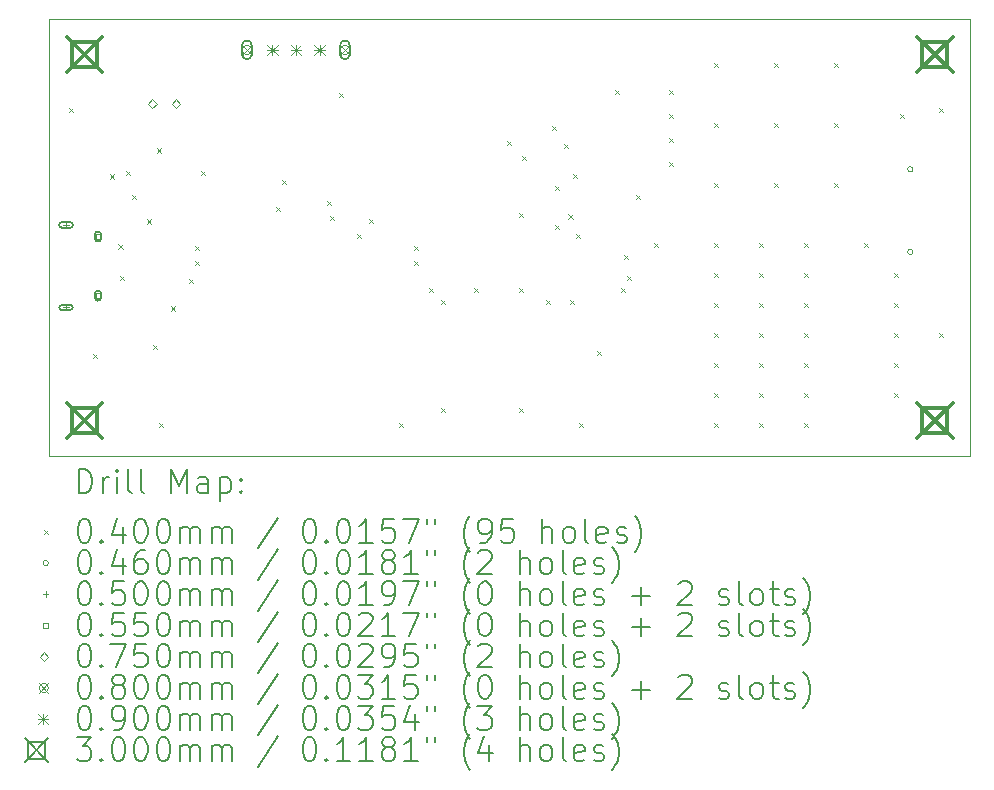
<source format=gbr>
%TF.GenerationSoftware,KiCad,Pcbnew,(6.0.7)*%
%TF.CreationDate,2022-10-05T21:11:50-04:00*%
%TF.ProjectId,Dogometer_v1,446f676f-6d65-4746-9572-5f76312e6b69,rev?*%
%TF.SameCoordinates,Original*%
%TF.FileFunction,Drillmap*%
%TF.FilePolarity,Positive*%
%FSLAX45Y45*%
G04 Gerber Fmt 4.5, Leading zero omitted, Abs format (unit mm)*
G04 Created by KiCad (PCBNEW (6.0.7)) date 2022-10-05 21:11:50*
%MOMM*%
%LPD*%
G01*
G04 APERTURE LIST*
%ADD10C,0.100000*%
%ADD11C,0.200000*%
%ADD12C,0.040000*%
%ADD13C,0.046000*%
%ADD14C,0.050000*%
%ADD15C,0.055000*%
%ADD16C,0.075000*%
%ADD17C,0.080000*%
%ADD18C,0.090000*%
%ADD19C,0.300000*%
G04 APERTURE END LIST*
D10*
X10610000Y-8500000D02*
X18410000Y-8500000D01*
X18410000Y-8500000D02*
X18410000Y-12200000D01*
X18410000Y-12200000D02*
X10610000Y-12200000D01*
X10610000Y-12200000D02*
X10610000Y-8500000D01*
D11*
D12*
X10775000Y-9251000D02*
X10815000Y-9291000D01*
X10815000Y-9251000D02*
X10775000Y-9291000D01*
X10978200Y-11333800D02*
X11018200Y-11373800D01*
X11018200Y-11333800D02*
X10978200Y-11373800D01*
X11121868Y-9813308D02*
X11161868Y-9853308D01*
X11161868Y-9813308D02*
X11121868Y-9853308D01*
X11197300Y-10409900D02*
X11237300Y-10449900D01*
X11237300Y-10409900D02*
X11197300Y-10449900D01*
X11206800Y-10673400D02*
X11246800Y-10713400D01*
X11246800Y-10673400D02*
X11206800Y-10713400D01*
X11257600Y-9784400D02*
X11297600Y-9824400D01*
X11297600Y-9784400D02*
X11257600Y-9824400D01*
X11308400Y-9987600D02*
X11348400Y-10027600D01*
X11348400Y-9987600D02*
X11308400Y-10027600D01*
X11435400Y-10197200D02*
X11475400Y-10237200D01*
X11475400Y-10197200D02*
X11435400Y-10237200D01*
X11486200Y-11257600D02*
X11526200Y-11297600D01*
X11526200Y-11257600D02*
X11486200Y-11297600D01*
X11520634Y-9593376D02*
X11560634Y-9633376D01*
X11560634Y-9593376D02*
X11520634Y-9633376D01*
X11537000Y-11918000D02*
X11577000Y-11958000D01*
X11577000Y-11918000D02*
X11537000Y-11958000D01*
X11638600Y-10929400D02*
X11678600Y-10969400D01*
X11678600Y-10929400D02*
X11638600Y-10969400D01*
X11791000Y-10698800D02*
X11831000Y-10738800D01*
X11831000Y-10698800D02*
X11791000Y-10738800D01*
X11841800Y-10419400D02*
X11881800Y-10459400D01*
X11881800Y-10419400D02*
X11841800Y-10459400D01*
X11841800Y-10546400D02*
X11881800Y-10586400D01*
X11881800Y-10546400D02*
X11841800Y-10586400D01*
X11892600Y-9784400D02*
X11932600Y-9824400D01*
X11932600Y-9784400D02*
X11892600Y-9824400D01*
X12527600Y-10089200D02*
X12567600Y-10129200D01*
X12567600Y-10089200D02*
X12527600Y-10129200D01*
X12578400Y-9860600D02*
X12618400Y-9900600D01*
X12618400Y-9860600D02*
X12578400Y-9900600D01*
X12959400Y-10038400D02*
X12999400Y-10078400D01*
X12999400Y-10038400D02*
X12959400Y-10078400D01*
X12984800Y-10165400D02*
X13024800Y-10205400D01*
X13024800Y-10165400D02*
X12984800Y-10205400D01*
X13061000Y-9124000D02*
X13101000Y-9164000D01*
X13101000Y-9124000D02*
X13061000Y-9164000D01*
X13213400Y-10317800D02*
X13253400Y-10357800D01*
X13253400Y-10317800D02*
X13213400Y-10357800D01*
X13315000Y-10190800D02*
X13355000Y-10230800D01*
X13355000Y-10190800D02*
X13315000Y-10230800D01*
X13569000Y-11918000D02*
X13609000Y-11958000D01*
X13609000Y-11918000D02*
X13569000Y-11958000D01*
X13696000Y-10419400D02*
X13736000Y-10459400D01*
X13736000Y-10419400D02*
X13696000Y-10459400D01*
X13696000Y-10546400D02*
X13736000Y-10586400D01*
X13736000Y-10546400D02*
X13696000Y-10586400D01*
X13823000Y-10775000D02*
X13863000Y-10815000D01*
X13863000Y-10775000D02*
X13823000Y-10815000D01*
X13924600Y-10876600D02*
X13964600Y-10916600D01*
X13964600Y-10876600D02*
X13924600Y-10916600D01*
X13924600Y-11791000D02*
X13964600Y-11831000D01*
X13964600Y-11791000D02*
X13924600Y-11831000D01*
X14204000Y-10775000D02*
X14244000Y-10815000D01*
X14244000Y-10775000D02*
X14204000Y-10815000D01*
X14483400Y-9530400D02*
X14523400Y-9570400D01*
X14523400Y-9530400D02*
X14483400Y-9570400D01*
X14585000Y-10140000D02*
X14625000Y-10180000D01*
X14625000Y-10140000D02*
X14585000Y-10180000D01*
X14585000Y-10775000D02*
X14625000Y-10815000D01*
X14625000Y-10775000D02*
X14585000Y-10815000D01*
X14585000Y-11791000D02*
X14625000Y-11831000D01*
X14625000Y-11791000D02*
X14585000Y-11831000D01*
X14610400Y-9657400D02*
X14650400Y-9697400D01*
X14650400Y-9657400D02*
X14610400Y-9697400D01*
X14813600Y-10876600D02*
X14853600Y-10916600D01*
X14853600Y-10876600D02*
X14813600Y-10916600D01*
X14864400Y-9403400D02*
X14904400Y-9443400D01*
X14904400Y-9403400D02*
X14864400Y-9443400D01*
X14889800Y-9911400D02*
X14929800Y-9951400D01*
X14929800Y-9911400D02*
X14889800Y-9951400D01*
X14889800Y-10241600D02*
X14929800Y-10281600D01*
X14929800Y-10241600D02*
X14889800Y-10281600D01*
X14966000Y-9555800D02*
X15006000Y-9595800D01*
X15006000Y-9555800D02*
X14966000Y-9595800D01*
X15004100Y-10152700D02*
X15044100Y-10192700D01*
X15044100Y-10152700D02*
X15004100Y-10192700D01*
X15016800Y-10876600D02*
X15056800Y-10916600D01*
X15056800Y-10876600D02*
X15016800Y-10916600D01*
X15042200Y-9809800D02*
X15082200Y-9849800D01*
X15082200Y-9809800D02*
X15042200Y-9849800D01*
X15067600Y-10317800D02*
X15107600Y-10357800D01*
X15107600Y-10317800D02*
X15067600Y-10357800D01*
X15093000Y-11918000D02*
X15133000Y-11958000D01*
X15133000Y-11918000D02*
X15093000Y-11958000D01*
X15245400Y-11308400D02*
X15285400Y-11348400D01*
X15285400Y-11308400D02*
X15245400Y-11348400D01*
X15397800Y-9098600D02*
X15437800Y-9138600D01*
X15437800Y-9098600D02*
X15397800Y-9138600D01*
X15448600Y-10775000D02*
X15488600Y-10815000D01*
X15488600Y-10775000D02*
X15448600Y-10815000D01*
X15474000Y-10495600D02*
X15514000Y-10535600D01*
X15514000Y-10495600D02*
X15474000Y-10535600D01*
X15499400Y-10673400D02*
X15539400Y-10713400D01*
X15539400Y-10673400D02*
X15499400Y-10713400D01*
X15575600Y-9987600D02*
X15615600Y-10027600D01*
X15615600Y-9987600D02*
X15575600Y-10027600D01*
X15728000Y-10394000D02*
X15768000Y-10434000D01*
X15768000Y-10394000D02*
X15728000Y-10434000D01*
X15855000Y-9098600D02*
X15895000Y-9138600D01*
X15895000Y-9098600D02*
X15855000Y-9138600D01*
X15855000Y-9301800D02*
X15895000Y-9341800D01*
X15895000Y-9301800D02*
X15855000Y-9341800D01*
X15855000Y-9505000D02*
X15895000Y-9545000D01*
X15895000Y-9505000D02*
X15855000Y-9545000D01*
X15855000Y-9708200D02*
X15895000Y-9748200D01*
X15895000Y-9708200D02*
X15855000Y-9748200D01*
X16236000Y-8870000D02*
X16276000Y-8910000D01*
X16276000Y-8870000D02*
X16236000Y-8910000D01*
X16236000Y-9378000D02*
X16276000Y-9418000D01*
X16276000Y-9378000D02*
X16236000Y-9418000D01*
X16236000Y-9886000D02*
X16276000Y-9926000D01*
X16276000Y-9886000D02*
X16236000Y-9926000D01*
X16236000Y-10394000D02*
X16276000Y-10434000D01*
X16276000Y-10394000D02*
X16236000Y-10434000D01*
X16236000Y-10648000D02*
X16276000Y-10688000D01*
X16276000Y-10648000D02*
X16236000Y-10688000D01*
X16236000Y-10902000D02*
X16276000Y-10942000D01*
X16276000Y-10902000D02*
X16236000Y-10942000D01*
X16236000Y-11156000D02*
X16276000Y-11196000D01*
X16276000Y-11156000D02*
X16236000Y-11196000D01*
X16236000Y-11410000D02*
X16276000Y-11450000D01*
X16276000Y-11410000D02*
X16236000Y-11450000D01*
X16236000Y-11664000D02*
X16276000Y-11704000D01*
X16276000Y-11664000D02*
X16236000Y-11704000D01*
X16236000Y-11918000D02*
X16276000Y-11958000D01*
X16276000Y-11918000D02*
X16236000Y-11958000D01*
X16616600Y-11156000D02*
X16656600Y-11196000D01*
X16656600Y-11156000D02*
X16616600Y-11196000D01*
X16616600Y-11410000D02*
X16656600Y-11450000D01*
X16656600Y-11410000D02*
X16616600Y-11450000D01*
X16617000Y-10394000D02*
X16657000Y-10434000D01*
X16657000Y-10394000D02*
X16617000Y-10434000D01*
X16617000Y-10648000D02*
X16657000Y-10688000D01*
X16657000Y-10648000D02*
X16617000Y-10688000D01*
X16617000Y-10902000D02*
X16657000Y-10942000D01*
X16657000Y-10902000D02*
X16617000Y-10942000D01*
X16617000Y-11664000D02*
X16657000Y-11704000D01*
X16657000Y-11664000D02*
X16617000Y-11704000D01*
X16617000Y-11918000D02*
X16657000Y-11958000D01*
X16657000Y-11918000D02*
X16617000Y-11958000D01*
X16744000Y-8870000D02*
X16784000Y-8910000D01*
X16784000Y-8870000D02*
X16744000Y-8910000D01*
X16744000Y-9378000D02*
X16784000Y-9418000D01*
X16784000Y-9378000D02*
X16744000Y-9418000D01*
X16744000Y-9886000D02*
X16784000Y-9926000D01*
X16784000Y-9886000D02*
X16744000Y-9926000D01*
X16998000Y-10394000D02*
X17038000Y-10434000D01*
X17038000Y-10394000D02*
X16998000Y-10434000D01*
X16998000Y-10648000D02*
X17038000Y-10688000D01*
X17038000Y-10648000D02*
X16998000Y-10688000D01*
X16998000Y-10902000D02*
X17038000Y-10942000D01*
X17038000Y-10902000D02*
X16998000Y-10942000D01*
X16998000Y-11156000D02*
X17038000Y-11196000D01*
X17038000Y-11156000D02*
X16998000Y-11196000D01*
X16998000Y-11410000D02*
X17038000Y-11450000D01*
X17038000Y-11410000D02*
X16998000Y-11450000D01*
X16998000Y-11664000D02*
X17038000Y-11704000D01*
X17038000Y-11664000D02*
X16998000Y-11704000D01*
X16998000Y-11918000D02*
X17038000Y-11958000D01*
X17038000Y-11918000D02*
X16998000Y-11958000D01*
X17252000Y-8870000D02*
X17292000Y-8910000D01*
X17292000Y-8870000D02*
X17252000Y-8910000D01*
X17252000Y-9378000D02*
X17292000Y-9418000D01*
X17292000Y-9378000D02*
X17252000Y-9418000D01*
X17252000Y-9886000D02*
X17292000Y-9926000D01*
X17292000Y-9886000D02*
X17252000Y-9926000D01*
X17506000Y-10394000D02*
X17546000Y-10434000D01*
X17546000Y-10394000D02*
X17506000Y-10434000D01*
X17760000Y-10648000D02*
X17800000Y-10688000D01*
X17800000Y-10648000D02*
X17760000Y-10688000D01*
X17760000Y-10902000D02*
X17800000Y-10942000D01*
X17800000Y-10902000D02*
X17760000Y-10942000D01*
X17760000Y-11156000D02*
X17800000Y-11196000D01*
X17800000Y-11156000D02*
X17760000Y-11196000D01*
X17760000Y-11410000D02*
X17800000Y-11450000D01*
X17800000Y-11410000D02*
X17760000Y-11450000D01*
X17760000Y-11664000D02*
X17800000Y-11704000D01*
X17800000Y-11664000D02*
X17760000Y-11704000D01*
X17810800Y-9301800D02*
X17850800Y-9341800D01*
X17850800Y-9301800D02*
X17810800Y-9341800D01*
X18141000Y-9251000D02*
X18181000Y-9291000D01*
X18181000Y-9251000D02*
X18141000Y-9291000D01*
X18141000Y-11156000D02*
X18181000Y-11196000D01*
X18181000Y-11156000D02*
X18141000Y-11196000D01*
D13*
X17924500Y-9774150D02*
G75*
G03*
X17924500Y-9774150I-23000J0D01*
G01*
X17924500Y-10472650D02*
G75*
G03*
X17924500Y-10472650I-23000J0D01*
G01*
D14*
X10753600Y-10218800D02*
X10753600Y-10268800D01*
X10728600Y-10243800D02*
X10778600Y-10243800D01*
D11*
X10786100Y-10218800D02*
X10721100Y-10218800D01*
X10786100Y-10268800D02*
X10721100Y-10268800D01*
X10721100Y-10218800D02*
G75*
G03*
X10721100Y-10268800I0J-25000D01*
G01*
X10786100Y-10268800D02*
G75*
G03*
X10786100Y-10218800I0J25000D01*
G01*
D14*
X10753600Y-10918800D02*
X10753600Y-10968800D01*
X10728600Y-10943800D02*
X10778600Y-10943800D01*
D11*
X10786100Y-10918800D02*
X10721100Y-10918800D01*
X10786100Y-10968800D02*
X10721100Y-10968800D01*
X10721100Y-10918800D02*
G75*
G03*
X10721100Y-10968800I0J-25000D01*
G01*
X10786100Y-10968800D02*
G75*
G03*
X10786100Y-10918800I0J25000D01*
G01*
D15*
X11043046Y-10363246D02*
X11043046Y-10324354D01*
X11004154Y-10324354D01*
X11004154Y-10363246D01*
X11043046Y-10363246D01*
D11*
X10996100Y-10328800D02*
X10996100Y-10358800D01*
X11051100Y-10328800D02*
X11051100Y-10358800D01*
X10996100Y-10358800D02*
G75*
G03*
X11051100Y-10358800I27500J0D01*
G01*
X11051100Y-10328800D02*
G75*
G03*
X10996100Y-10328800I-27500J0D01*
G01*
D15*
X11043046Y-10863246D02*
X11043046Y-10824354D01*
X11004154Y-10824354D01*
X11004154Y-10863246D01*
X11043046Y-10863246D01*
D11*
X10996100Y-10828800D02*
X10996100Y-10858800D01*
X11051100Y-10828800D02*
X11051100Y-10858800D01*
X10996100Y-10858800D02*
G75*
G03*
X11051100Y-10858800I27500J0D01*
G01*
X11051100Y-10828800D02*
G75*
G03*
X10996100Y-10828800I-27500J0D01*
G01*
D16*
X11484000Y-9257700D02*
X11521500Y-9220200D01*
X11484000Y-9182700D01*
X11446500Y-9220200D01*
X11484000Y-9257700D01*
X11684000Y-9257700D02*
X11721500Y-9220200D01*
X11684000Y-9182700D01*
X11646500Y-9220200D01*
X11684000Y-9257700D01*
D17*
X12245000Y-8723000D02*
X12325000Y-8803000D01*
X12325000Y-8723000D02*
X12245000Y-8803000D01*
X12325000Y-8763000D02*
G75*
G03*
X12325000Y-8763000I-40000J0D01*
G01*
D11*
X12245000Y-8723000D02*
X12245000Y-8803000D01*
X12325000Y-8723000D02*
X12325000Y-8803000D01*
X12245000Y-8803000D02*
G75*
G03*
X12325000Y-8803000I40000J0D01*
G01*
X12325000Y-8723000D02*
G75*
G03*
X12245000Y-8723000I-40000J0D01*
G01*
D17*
X13075000Y-8723000D02*
X13155000Y-8803000D01*
X13155000Y-8723000D02*
X13075000Y-8803000D01*
X13155000Y-8763000D02*
G75*
G03*
X13155000Y-8763000I-40000J0D01*
G01*
D11*
X13075000Y-8723000D02*
X13075000Y-8803000D01*
X13155000Y-8723000D02*
X13155000Y-8803000D01*
X13075000Y-8803000D02*
G75*
G03*
X13155000Y-8803000I40000J0D01*
G01*
X13155000Y-8723000D02*
G75*
G03*
X13075000Y-8723000I-40000J0D01*
G01*
D18*
X12455000Y-8718000D02*
X12545000Y-8808000D01*
X12545000Y-8718000D02*
X12455000Y-8808000D01*
X12500000Y-8718000D02*
X12500000Y-8808000D01*
X12455000Y-8763000D02*
X12545000Y-8763000D01*
X12655000Y-8718000D02*
X12745000Y-8808000D01*
X12745000Y-8718000D02*
X12655000Y-8808000D01*
X12700000Y-8718000D02*
X12700000Y-8808000D01*
X12655000Y-8763000D02*
X12745000Y-8763000D01*
X12855000Y-8718000D02*
X12945000Y-8808000D01*
X12945000Y-8718000D02*
X12855000Y-8808000D01*
X12900000Y-8718000D02*
X12900000Y-8808000D01*
X12855000Y-8763000D02*
X12945000Y-8763000D01*
D19*
X10760000Y-8650000D02*
X11060000Y-8950000D01*
X11060000Y-8650000D02*
X10760000Y-8950000D01*
X11016067Y-8906067D02*
X11016067Y-8693933D01*
X10803933Y-8693933D01*
X10803933Y-8906067D01*
X11016067Y-8906067D01*
X10760000Y-11750000D02*
X11060000Y-12050000D01*
X11060000Y-11750000D02*
X10760000Y-12050000D01*
X11016067Y-12006067D02*
X11016067Y-11793933D01*
X10803933Y-11793933D01*
X10803933Y-12006067D01*
X11016067Y-12006067D01*
X17960000Y-8650000D02*
X18260000Y-8950000D01*
X18260000Y-8650000D02*
X17960000Y-8950000D01*
X18216067Y-8906067D02*
X18216067Y-8693933D01*
X18003933Y-8693933D01*
X18003933Y-8906067D01*
X18216067Y-8906067D01*
X17960000Y-11750000D02*
X18260000Y-12050000D01*
X18260000Y-11750000D02*
X17960000Y-12050000D01*
X18216067Y-12006067D02*
X18216067Y-11793933D01*
X18003933Y-11793933D01*
X18003933Y-12006067D01*
X18216067Y-12006067D01*
D11*
X10862619Y-12515476D02*
X10862619Y-12315476D01*
X10910238Y-12315476D01*
X10938810Y-12325000D01*
X10957857Y-12344048D01*
X10967381Y-12363095D01*
X10976905Y-12401190D01*
X10976905Y-12429762D01*
X10967381Y-12467857D01*
X10957857Y-12486905D01*
X10938810Y-12505952D01*
X10910238Y-12515476D01*
X10862619Y-12515476D01*
X11062619Y-12515476D02*
X11062619Y-12382143D01*
X11062619Y-12420238D02*
X11072143Y-12401190D01*
X11081667Y-12391667D01*
X11100714Y-12382143D01*
X11119762Y-12382143D01*
X11186428Y-12515476D02*
X11186428Y-12382143D01*
X11186428Y-12315476D02*
X11176905Y-12325000D01*
X11186428Y-12334524D01*
X11195952Y-12325000D01*
X11186428Y-12315476D01*
X11186428Y-12334524D01*
X11310238Y-12515476D02*
X11291190Y-12505952D01*
X11281667Y-12486905D01*
X11281667Y-12315476D01*
X11415000Y-12515476D02*
X11395952Y-12505952D01*
X11386428Y-12486905D01*
X11386428Y-12315476D01*
X11643571Y-12515476D02*
X11643571Y-12315476D01*
X11710238Y-12458333D01*
X11776905Y-12315476D01*
X11776905Y-12515476D01*
X11957857Y-12515476D02*
X11957857Y-12410714D01*
X11948333Y-12391667D01*
X11929286Y-12382143D01*
X11891190Y-12382143D01*
X11872143Y-12391667D01*
X11957857Y-12505952D02*
X11938809Y-12515476D01*
X11891190Y-12515476D01*
X11872143Y-12505952D01*
X11862619Y-12486905D01*
X11862619Y-12467857D01*
X11872143Y-12448809D01*
X11891190Y-12439286D01*
X11938809Y-12439286D01*
X11957857Y-12429762D01*
X12053095Y-12382143D02*
X12053095Y-12582143D01*
X12053095Y-12391667D02*
X12072143Y-12382143D01*
X12110238Y-12382143D01*
X12129286Y-12391667D01*
X12138809Y-12401190D01*
X12148333Y-12420238D01*
X12148333Y-12477381D01*
X12138809Y-12496428D01*
X12129286Y-12505952D01*
X12110238Y-12515476D01*
X12072143Y-12515476D01*
X12053095Y-12505952D01*
X12234048Y-12496428D02*
X12243571Y-12505952D01*
X12234048Y-12515476D01*
X12224524Y-12505952D01*
X12234048Y-12496428D01*
X12234048Y-12515476D01*
X12234048Y-12391667D02*
X12243571Y-12401190D01*
X12234048Y-12410714D01*
X12224524Y-12401190D01*
X12234048Y-12391667D01*
X12234048Y-12410714D01*
D12*
X10565000Y-12825000D02*
X10605000Y-12865000D01*
X10605000Y-12825000D02*
X10565000Y-12865000D01*
D11*
X10900714Y-12735476D02*
X10919762Y-12735476D01*
X10938810Y-12745000D01*
X10948333Y-12754524D01*
X10957857Y-12773571D01*
X10967381Y-12811667D01*
X10967381Y-12859286D01*
X10957857Y-12897381D01*
X10948333Y-12916428D01*
X10938810Y-12925952D01*
X10919762Y-12935476D01*
X10900714Y-12935476D01*
X10881667Y-12925952D01*
X10872143Y-12916428D01*
X10862619Y-12897381D01*
X10853095Y-12859286D01*
X10853095Y-12811667D01*
X10862619Y-12773571D01*
X10872143Y-12754524D01*
X10881667Y-12745000D01*
X10900714Y-12735476D01*
X11053095Y-12916428D02*
X11062619Y-12925952D01*
X11053095Y-12935476D01*
X11043571Y-12925952D01*
X11053095Y-12916428D01*
X11053095Y-12935476D01*
X11234048Y-12802143D02*
X11234048Y-12935476D01*
X11186428Y-12725952D02*
X11138810Y-12868809D01*
X11262619Y-12868809D01*
X11376905Y-12735476D02*
X11395952Y-12735476D01*
X11415000Y-12745000D01*
X11424524Y-12754524D01*
X11434048Y-12773571D01*
X11443571Y-12811667D01*
X11443571Y-12859286D01*
X11434048Y-12897381D01*
X11424524Y-12916428D01*
X11415000Y-12925952D01*
X11395952Y-12935476D01*
X11376905Y-12935476D01*
X11357857Y-12925952D01*
X11348333Y-12916428D01*
X11338809Y-12897381D01*
X11329286Y-12859286D01*
X11329286Y-12811667D01*
X11338809Y-12773571D01*
X11348333Y-12754524D01*
X11357857Y-12745000D01*
X11376905Y-12735476D01*
X11567381Y-12735476D02*
X11586428Y-12735476D01*
X11605476Y-12745000D01*
X11615000Y-12754524D01*
X11624524Y-12773571D01*
X11634048Y-12811667D01*
X11634048Y-12859286D01*
X11624524Y-12897381D01*
X11615000Y-12916428D01*
X11605476Y-12925952D01*
X11586428Y-12935476D01*
X11567381Y-12935476D01*
X11548333Y-12925952D01*
X11538809Y-12916428D01*
X11529286Y-12897381D01*
X11519762Y-12859286D01*
X11519762Y-12811667D01*
X11529286Y-12773571D01*
X11538809Y-12754524D01*
X11548333Y-12745000D01*
X11567381Y-12735476D01*
X11719762Y-12935476D02*
X11719762Y-12802143D01*
X11719762Y-12821190D02*
X11729286Y-12811667D01*
X11748333Y-12802143D01*
X11776905Y-12802143D01*
X11795952Y-12811667D01*
X11805476Y-12830714D01*
X11805476Y-12935476D01*
X11805476Y-12830714D02*
X11815000Y-12811667D01*
X11834048Y-12802143D01*
X11862619Y-12802143D01*
X11881667Y-12811667D01*
X11891190Y-12830714D01*
X11891190Y-12935476D01*
X11986428Y-12935476D02*
X11986428Y-12802143D01*
X11986428Y-12821190D02*
X11995952Y-12811667D01*
X12015000Y-12802143D01*
X12043571Y-12802143D01*
X12062619Y-12811667D01*
X12072143Y-12830714D01*
X12072143Y-12935476D01*
X12072143Y-12830714D02*
X12081667Y-12811667D01*
X12100714Y-12802143D01*
X12129286Y-12802143D01*
X12148333Y-12811667D01*
X12157857Y-12830714D01*
X12157857Y-12935476D01*
X12548333Y-12725952D02*
X12376905Y-12983095D01*
X12805476Y-12735476D02*
X12824524Y-12735476D01*
X12843571Y-12745000D01*
X12853095Y-12754524D01*
X12862619Y-12773571D01*
X12872143Y-12811667D01*
X12872143Y-12859286D01*
X12862619Y-12897381D01*
X12853095Y-12916428D01*
X12843571Y-12925952D01*
X12824524Y-12935476D01*
X12805476Y-12935476D01*
X12786428Y-12925952D01*
X12776905Y-12916428D01*
X12767381Y-12897381D01*
X12757857Y-12859286D01*
X12757857Y-12811667D01*
X12767381Y-12773571D01*
X12776905Y-12754524D01*
X12786428Y-12745000D01*
X12805476Y-12735476D01*
X12957857Y-12916428D02*
X12967381Y-12925952D01*
X12957857Y-12935476D01*
X12948333Y-12925952D01*
X12957857Y-12916428D01*
X12957857Y-12935476D01*
X13091190Y-12735476D02*
X13110238Y-12735476D01*
X13129286Y-12745000D01*
X13138809Y-12754524D01*
X13148333Y-12773571D01*
X13157857Y-12811667D01*
X13157857Y-12859286D01*
X13148333Y-12897381D01*
X13138809Y-12916428D01*
X13129286Y-12925952D01*
X13110238Y-12935476D01*
X13091190Y-12935476D01*
X13072143Y-12925952D01*
X13062619Y-12916428D01*
X13053095Y-12897381D01*
X13043571Y-12859286D01*
X13043571Y-12811667D01*
X13053095Y-12773571D01*
X13062619Y-12754524D01*
X13072143Y-12745000D01*
X13091190Y-12735476D01*
X13348333Y-12935476D02*
X13234048Y-12935476D01*
X13291190Y-12935476D02*
X13291190Y-12735476D01*
X13272143Y-12764048D01*
X13253095Y-12783095D01*
X13234048Y-12792619D01*
X13529286Y-12735476D02*
X13434048Y-12735476D01*
X13424524Y-12830714D01*
X13434048Y-12821190D01*
X13453095Y-12811667D01*
X13500714Y-12811667D01*
X13519762Y-12821190D01*
X13529286Y-12830714D01*
X13538809Y-12849762D01*
X13538809Y-12897381D01*
X13529286Y-12916428D01*
X13519762Y-12925952D01*
X13500714Y-12935476D01*
X13453095Y-12935476D01*
X13434048Y-12925952D01*
X13424524Y-12916428D01*
X13605476Y-12735476D02*
X13738809Y-12735476D01*
X13653095Y-12935476D01*
X13805476Y-12735476D02*
X13805476Y-12773571D01*
X13881667Y-12735476D02*
X13881667Y-12773571D01*
X14176905Y-13011667D02*
X14167381Y-13002143D01*
X14148333Y-12973571D01*
X14138809Y-12954524D01*
X14129286Y-12925952D01*
X14119762Y-12878333D01*
X14119762Y-12840238D01*
X14129286Y-12792619D01*
X14138809Y-12764048D01*
X14148333Y-12745000D01*
X14167381Y-12716428D01*
X14176905Y-12706905D01*
X14262619Y-12935476D02*
X14300714Y-12935476D01*
X14319762Y-12925952D01*
X14329286Y-12916428D01*
X14348333Y-12887857D01*
X14357857Y-12849762D01*
X14357857Y-12773571D01*
X14348333Y-12754524D01*
X14338809Y-12745000D01*
X14319762Y-12735476D01*
X14281667Y-12735476D01*
X14262619Y-12745000D01*
X14253095Y-12754524D01*
X14243571Y-12773571D01*
X14243571Y-12821190D01*
X14253095Y-12840238D01*
X14262619Y-12849762D01*
X14281667Y-12859286D01*
X14319762Y-12859286D01*
X14338809Y-12849762D01*
X14348333Y-12840238D01*
X14357857Y-12821190D01*
X14538809Y-12735476D02*
X14443571Y-12735476D01*
X14434048Y-12830714D01*
X14443571Y-12821190D01*
X14462619Y-12811667D01*
X14510238Y-12811667D01*
X14529286Y-12821190D01*
X14538809Y-12830714D01*
X14548333Y-12849762D01*
X14548333Y-12897381D01*
X14538809Y-12916428D01*
X14529286Y-12925952D01*
X14510238Y-12935476D01*
X14462619Y-12935476D01*
X14443571Y-12925952D01*
X14434048Y-12916428D01*
X14786428Y-12935476D02*
X14786428Y-12735476D01*
X14872143Y-12935476D02*
X14872143Y-12830714D01*
X14862619Y-12811667D01*
X14843571Y-12802143D01*
X14815000Y-12802143D01*
X14795952Y-12811667D01*
X14786428Y-12821190D01*
X14995952Y-12935476D02*
X14976905Y-12925952D01*
X14967381Y-12916428D01*
X14957857Y-12897381D01*
X14957857Y-12840238D01*
X14967381Y-12821190D01*
X14976905Y-12811667D01*
X14995952Y-12802143D01*
X15024524Y-12802143D01*
X15043571Y-12811667D01*
X15053095Y-12821190D01*
X15062619Y-12840238D01*
X15062619Y-12897381D01*
X15053095Y-12916428D01*
X15043571Y-12925952D01*
X15024524Y-12935476D01*
X14995952Y-12935476D01*
X15176905Y-12935476D02*
X15157857Y-12925952D01*
X15148333Y-12906905D01*
X15148333Y-12735476D01*
X15329286Y-12925952D02*
X15310238Y-12935476D01*
X15272143Y-12935476D01*
X15253095Y-12925952D01*
X15243571Y-12906905D01*
X15243571Y-12830714D01*
X15253095Y-12811667D01*
X15272143Y-12802143D01*
X15310238Y-12802143D01*
X15329286Y-12811667D01*
X15338809Y-12830714D01*
X15338809Y-12849762D01*
X15243571Y-12868809D01*
X15415000Y-12925952D02*
X15434048Y-12935476D01*
X15472143Y-12935476D01*
X15491190Y-12925952D01*
X15500714Y-12906905D01*
X15500714Y-12897381D01*
X15491190Y-12878333D01*
X15472143Y-12868809D01*
X15443571Y-12868809D01*
X15424524Y-12859286D01*
X15415000Y-12840238D01*
X15415000Y-12830714D01*
X15424524Y-12811667D01*
X15443571Y-12802143D01*
X15472143Y-12802143D01*
X15491190Y-12811667D01*
X15567381Y-13011667D02*
X15576905Y-13002143D01*
X15595952Y-12973571D01*
X15605476Y-12954524D01*
X15615000Y-12925952D01*
X15624524Y-12878333D01*
X15624524Y-12840238D01*
X15615000Y-12792619D01*
X15605476Y-12764048D01*
X15595952Y-12745000D01*
X15576905Y-12716428D01*
X15567381Y-12706905D01*
D13*
X10605000Y-13109000D02*
G75*
G03*
X10605000Y-13109000I-23000J0D01*
G01*
D11*
X10900714Y-12999476D02*
X10919762Y-12999476D01*
X10938810Y-13009000D01*
X10948333Y-13018524D01*
X10957857Y-13037571D01*
X10967381Y-13075667D01*
X10967381Y-13123286D01*
X10957857Y-13161381D01*
X10948333Y-13180428D01*
X10938810Y-13189952D01*
X10919762Y-13199476D01*
X10900714Y-13199476D01*
X10881667Y-13189952D01*
X10872143Y-13180428D01*
X10862619Y-13161381D01*
X10853095Y-13123286D01*
X10853095Y-13075667D01*
X10862619Y-13037571D01*
X10872143Y-13018524D01*
X10881667Y-13009000D01*
X10900714Y-12999476D01*
X11053095Y-13180428D02*
X11062619Y-13189952D01*
X11053095Y-13199476D01*
X11043571Y-13189952D01*
X11053095Y-13180428D01*
X11053095Y-13199476D01*
X11234048Y-13066143D02*
X11234048Y-13199476D01*
X11186428Y-12989952D02*
X11138810Y-13132809D01*
X11262619Y-13132809D01*
X11424524Y-12999476D02*
X11386428Y-12999476D01*
X11367381Y-13009000D01*
X11357857Y-13018524D01*
X11338809Y-13047095D01*
X11329286Y-13085190D01*
X11329286Y-13161381D01*
X11338809Y-13180428D01*
X11348333Y-13189952D01*
X11367381Y-13199476D01*
X11405476Y-13199476D01*
X11424524Y-13189952D01*
X11434048Y-13180428D01*
X11443571Y-13161381D01*
X11443571Y-13113762D01*
X11434048Y-13094714D01*
X11424524Y-13085190D01*
X11405476Y-13075667D01*
X11367381Y-13075667D01*
X11348333Y-13085190D01*
X11338809Y-13094714D01*
X11329286Y-13113762D01*
X11567381Y-12999476D02*
X11586428Y-12999476D01*
X11605476Y-13009000D01*
X11615000Y-13018524D01*
X11624524Y-13037571D01*
X11634048Y-13075667D01*
X11634048Y-13123286D01*
X11624524Y-13161381D01*
X11615000Y-13180428D01*
X11605476Y-13189952D01*
X11586428Y-13199476D01*
X11567381Y-13199476D01*
X11548333Y-13189952D01*
X11538809Y-13180428D01*
X11529286Y-13161381D01*
X11519762Y-13123286D01*
X11519762Y-13075667D01*
X11529286Y-13037571D01*
X11538809Y-13018524D01*
X11548333Y-13009000D01*
X11567381Y-12999476D01*
X11719762Y-13199476D02*
X11719762Y-13066143D01*
X11719762Y-13085190D02*
X11729286Y-13075667D01*
X11748333Y-13066143D01*
X11776905Y-13066143D01*
X11795952Y-13075667D01*
X11805476Y-13094714D01*
X11805476Y-13199476D01*
X11805476Y-13094714D02*
X11815000Y-13075667D01*
X11834048Y-13066143D01*
X11862619Y-13066143D01*
X11881667Y-13075667D01*
X11891190Y-13094714D01*
X11891190Y-13199476D01*
X11986428Y-13199476D02*
X11986428Y-13066143D01*
X11986428Y-13085190D02*
X11995952Y-13075667D01*
X12015000Y-13066143D01*
X12043571Y-13066143D01*
X12062619Y-13075667D01*
X12072143Y-13094714D01*
X12072143Y-13199476D01*
X12072143Y-13094714D02*
X12081667Y-13075667D01*
X12100714Y-13066143D01*
X12129286Y-13066143D01*
X12148333Y-13075667D01*
X12157857Y-13094714D01*
X12157857Y-13199476D01*
X12548333Y-12989952D02*
X12376905Y-13247095D01*
X12805476Y-12999476D02*
X12824524Y-12999476D01*
X12843571Y-13009000D01*
X12853095Y-13018524D01*
X12862619Y-13037571D01*
X12872143Y-13075667D01*
X12872143Y-13123286D01*
X12862619Y-13161381D01*
X12853095Y-13180428D01*
X12843571Y-13189952D01*
X12824524Y-13199476D01*
X12805476Y-13199476D01*
X12786428Y-13189952D01*
X12776905Y-13180428D01*
X12767381Y-13161381D01*
X12757857Y-13123286D01*
X12757857Y-13075667D01*
X12767381Y-13037571D01*
X12776905Y-13018524D01*
X12786428Y-13009000D01*
X12805476Y-12999476D01*
X12957857Y-13180428D02*
X12967381Y-13189952D01*
X12957857Y-13199476D01*
X12948333Y-13189952D01*
X12957857Y-13180428D01*
X12957857Y-13199476D01*
X13091190Y-12999476D02*
X13110238Y-12999476D01*
X13129286Y-13009000D01*
X13138809Y-13018524D01*
X13148333Y-13037571D01*
X13157857Y-13075667D01*
X13157857Y-13123286D01*
X13148333Y-13161381D01*
X13138809Y-13180428D01*
X13129286Y-13189952D01*
X13110238Y-13199476D01*
X13091190Y-13199476D01*
X13072143Y-13189952D01*
X13062619Y-13180428D01*
X13053095Y-13161381D01*
X13043571Y-13123286D01*
X13043571Y-13075667D01*
X13053095Y-13037571D01*
X13062619Y-13018524D01*
X13072143Y-13009000D01*
X13091190Y-12999476D01*
X13348333Y-13199476D02*
X13234048Y-13199476D01*
X13291190Y-13199476D02*
X13291190Y-12999476D01*
X13272143Y-13028048D01*
X13253095Y-13047095D01*
X13234048Y-13056619D01*
X13462619Y-13085190D02*
X13443571Y-13075667D01*
X13434048Y-13066143D01*
X13424524Y-13047095D01*
X13424524Y-13037571D01*
X13434048Y-13018524D01*
X13443571Y-13009000D01*
X13462619Y-12999476D01*
X13500714Y-12999476D01*
X13519762Y-13009000D01*
X13529286Y-13018524D01*
X13538809Y-13037571D01*
X13538809Y-13047095D01*
X13529286Y-13066143D01*
X13519762Y-13075667D01*
X13500714Y-13085190D01*
X13462619Y-13085190D01*
X13443571Y-13094714D01*
X13434048Y-13104238D01*
X13424524Y-13123286D01*
X13424524Y-13161381D01*
X13434048Y-13180428D01*
X13443571Y-13189952D01*
X13462619Y-13199476D01*
X13500714Y-13199476D01*
X13519762Y-13189952D01*
X13529286Y-13180428D01*
X13538809Y-13161381D01*
X13538809Y-13123286D01*
X13529286Y-13104238D01*
X13519762Y-13094714D01*
X13500714Y-13085190D01*
X13729286Y-13199476D02*
X13615000Y-13199476D01*
X13672143Y-13199476D02*
X13672143Y-12999476D01*
X13653095Y-13028048D01*
X13634048Y-13047095D01*
X13615000Y-13056619D01*
X13805476Y-12999476D02*
X13805476Y-13037571D01*
X13881667Y-12999476D02*
X13881667Y-13037571D01*
X14176905Y-13275667D02*
X14167381Y-13266143D01*
X14148333Y-13237571D01*
X14138809Y-13218524D01*
X14129286Y-13189952D01*
X14119762Y-13142333D01*
X14119762Y-13104238D01*
X14129286Y-13056619D01*
X14138809Y-13028048D01*
X14148333Y-13009000D01*
X14167381Y-12980428D01*
X14176905Y-12970905D01*
X14243571Y-13018524D02*
X14253095Y-13009000D01*
X14272143Y-12999476D01*
X14319762Y-12999476D01*
X14338809Y-13009000D01*
X14348333Y-13018524D01*
X14357857Y-13037571D01*
X14357857Y-13056619D01*
X14348333Y-13085190D01*
X14234048Y-13199476D01*
X14357857Y-13199476D01*
X14595952Y-13199476D02*
X14595952Y-12999476D01*
X14681667Y-13199476D02*
X14681667Y-13094714D01*
X14672143Y-13075667D01*
X14653095Y-13066143D01*
X14624524Y-13066143D01*
X14605476Y-13075667D01*
X14595952Y-13085190D01*
X14805476Y-13199476D02*
X14786428Y-13189952D01*
X14776905Y-13180428D01*
X14767381Y-13161381D01*
X14767381Y-13104238D01*
X14776905Y-13085190D01*
X14786428Y-13075667D01*
X14805476Y-13066143D01*
X14834048Y-13066143D01*
X14853095Y-13075667D01*
X14862619Y-13085190D01*
X14872143Y-13104238D01*
X14872143Y-13161381D01*
X14862619Y-13180428D01*
X14853095Y-13189952D01*
X14834048Y-13199476D01*
X14805476Y-13199476D01*
X14986428Y-13199476D02*
X14967381Y-13189952D01*
X14957857Y-13170905D01*
X14957857Y-12999476D01*
X15138809Y-13189952D02*
X15119762Y-13199476D01*
X15081667Y-13199476D01*
X15062619Y-13189952D01*
X15053095Y-13170905D01*
X15053095Y-13094714D01*
X15062619Y-13075667D01*
X15081667Y-13066143D01*
X15119762Y-13066143D01*
X15138809Y-13075667D01*
X15148333Y-13094714D01*
X15148333Y-13113762D01*
X15053095Y-13132809D01*
X15224524Y-13189952D02*
X15243571Y-13199476D01*
X15281667Y-13199476D01*
X15300714Y-13189952D01*
X15310238Y-13170905D01*
X15310238Y-13161381D01*
X15300714Y-13142333D01*
X15281667Y-13132809D01*
X15253095Y-13132809D01*
X15234048Y-13123286D01*
X15224524Y-13104238D01*
X15224524Y-13094714D01*
X15234048Y-13075667D01*
X15253095Y-13066143D01*
X15281667Y-13066143D01*
X15300714Y-13075667D01*
X15376905Y-13275667D02*
X15386428Y-13266143D01*
X15405476Y-13237571D01*
X15415000Y-13218524D01*
X15424524Y-13189952D01*
X15434048Y-13142333D01*
X15434048Y-13104238D01*
X15424524Y-13056619D01*
X15415000Y-13028048D01*
X15405476Y-13009000D01*
X15386428Y-12980428D01*
X15376905Y-12970905D01*
D14*
X10580000Y-13348000D02*
X10580000Y-13398000D01*
X10555000Y-13373000D02*
X10605000Y-13373000D01*
D11*
X10900714Y-13263476D02*
X10919762Y-13263476D01*
X10938810Y-13273000D01*
X10948333Y-13282524D01*
X10957857Y-13301571D01*
X10967381Y-13339667D01*
X10967381Y-13387286D01*
X10957857Y-13425381D01*
X10948333Y-13444428D01*
X10938810Y-13453952D01*
X10919762Y-13463476D01*
X10900714Y-13463476D01*
X10881667Y-13453952D01*
X10872143Y-13444428D01*
X10862619Y-13425381D01*
X10853095Y-13387286D01*
X10853095Y-13339667D01*
X10862619Y-13301571D01*
X10872143Y-13282524D01*
X10881667Y-13273000D01*
X10900714Y-13263476D01*
X11053095Y-13444428D02*
X11062619Y-13453952D01*
X11053095Y-13463476D01*
X11043571Y-13453952D01*
X11053095Y-13444428D01*
X11053095Y-13463476D01*
X11243571Y-13263476D02*
X11148333Y-13263476D01*
X11138810Y-13358714D01*
X11148333Y-13349190D01*
X11167381Y-13339667D01*
X11215000Y-13339667D01*
X11234048Y-13349190D01*
X11243571Y-13358714D01*
X11253095Y-13377762D01*
X11253095Y-13425381D01*
X11243571Y-13444428D01*
X11234048Y-13453952D01*
X11215000Y-13463476D01*
X11167381Y-13463476D01*
X11148333Y-13453952D01*
X11138810Y-13444428D01*
X11376905Y-13263476D02*
X11395952Y-13263476D01*
X11415000Y-13273000D01*
X11424524Y-13282524D01*
X11434048Y-13301571D01*
X11443571Y-13339667D01*
X11443571Y-13387286D01*
X11434048Y-13425381D01*
X11424524Y-13444428D01*
X11415000Y-13453952D01*
X11395952Y-13463476D01*
X11376905Y-13463476D01*
X11357857Y-13453952D01*
X11348333Y-13444428D01*
X11338809Y-13425381D01*
X11329286Y-13387286D01*
X11329286Y-13339667D01*
X11338809Y-13301571D01*
X11348333Y-13282524D01*
X11357857Y-13273000D01*
X11376905Y-13263476D01*
X11567381Y-13263476D02*
X11586428Y-13263476D01*
X11605476Y-13273000D01*
X11615000Y-13282524D01*
X11624524Y-13301571D01*
X11634048Y-13339667D01*
X11634048Y-13387286D01*
X11624524Y-13425381D01*
X11615000Y-13444428D01*
X11605476Y-13453952D01*
X11586428Y-13463476D01*
X11567381Y-13463476D01*
X11548333Y-13453952D01*
X11538809Y-13444428D01*
X11529286Y-13425381D01*
X11519762Y-13387286D01*
X11519762Y-13339667D01*
X11529286Y-13301571D01*
X11538809Y-13282524D01*
X11548333Y-13273000D01*
X11567381Y-13263476D01*
X11719762Y-13463476D02*
X11719762Y-13330143D01*
X11719762Y-13349190D02*
X11729286Y-13339667D01*
X11748333Y-13330143D01*
X11776905Y-13330143D01*
X11795952Y-13339667D01*
X11805476Y-13358714D01*
X11805476Y-13463476D01*
X11805476Y-13358714D02*
X11815000Y-13339667D01*
X11834048Y-13330143D01*
X11862619Y-13330143D01*
X11881667Y-13339667D01*
X11891190Y-13358714D01*
X11891190Y-13463476D01*
X11986428Y-13463476D02*
X11986428Y-13330143D01*
X11986428Y-13349190D02*
X11995952Y-13339667D01*
X12015000Y-13330143D01*
X12043571Y-13330143D01*
X12062619Y-13339667D01*
X12072143Y-13358714D01*
X12072143Y-13463476D01*
X12072143Y-13358714D02*
X12081667Y-13339667D01*
X12100714Y-13330143D01*
X12129286Y-13330143D01*
X12148333Y-13339667D01*
X12157857Y-13358714D01*
X12157857Y-13463476D01*
X12548333Y-13253952D02*
X12376905Y-13511095D01*
X12805476Y-13263476D02*
X12824524Y-13263476D01*
X12843571Y-13273000D01*
X12853095Y-13282524D01*
X12862619Y-13301571D01*
X12872143Y-13339667D01*
X12872143Y-13387286D01*
X12862619Y-13425381D01*
X12853095Y-13444428D01*
X12843571Y-13453952D01*
X12824524Y-13463476D01*
X12805476Y-13463476D01*
X12786428Y-13453952D01*
X12776905Y-13444428D01*
X12767381Y-13425381D01*
X12757857Y-13387286D01*
X12757857Y-13339667D01*
X12767381Y-13301571D01*
X12776905Y-13282524D01*
X12786428Y-13273000D01*
X12805476Y-13263476D01*
X12957857Y-13444428D02*
X12967381Y-13453952D01*
X12957857Y-13463476D01*
X12948333Y-13453952D01*
X12957857Y-13444428D01*
X12957857Y-13463476D01*
X13091190Y-13263476D02*
X13110238Y-13263476D01*
X13129286Y-13273000D01*
X13138809Y-13282524D01*
X13148333Y-13301571D01*
X13157857Y-13339667D01*
X13157857Y-13387286D01*
X13148333Y-13425381D01*
X13138809Y-13444428D01*
X13129286Y-13453952D01*
X13110238Y-13463476D01*
X13091190Y-13463476D01*
X13072143Y-13453952D01*
X13062619Y-13444428D01*
X13053095Y-13425381D01*
X13043571Y-13387286D01*
X13043571Y-13339667D01*
X13053095Y-13301571D01*
X13062619Y-13282524D01*
X13072143Y-13273000D01*
X13091190Y-13263476D01*
X13348333Y-13463476D02*
X13234048Y-13463476D01*
X13291190Y-13463476D02*
X13291190Y-13263476D01*
X13272143Y-13292048D01*
X13253095Y-13311095D01*
X13234048Y-13320619D01*
X13443571Y-13463476D02*
X13481667Y-13463476D01*
X13500714Y-13453952D01*
X13510238Y-13444428D01*
X13529286Y-13415857D01*
X13538809Y-13377762D01*
X13538809Y-13301571D01*
X13529286Y-13282524D01*
X13519762Y-13273000D01*
X13500714Y-13263476D01*
X13462619Y-13263476D01*
X13443571Y-13273000D01*
X13434048Y-13282524D01*
X13424524Y-13301571D01*
X13424524Y-13349190D01*
X13434048Y-13368238D01*
X13443571Y-13377762D01*
X13462619Y-13387286D01*
X13500714Y-13387286D01*
X13519762Y-13377762D01*
X13529286Y-13368238D01*
X13538809Y-13349190D01*
X13605476Y-13263476D02*
X13738809Y-13263476D01*
X13653095Y-13463476D01*
X13805476Y-13263476D02*
X13805476Y-13301571D01*
X13881667Y-13263476D02*
X13881667Y-13301571D01*
X14176905Y-13539667D02*
X14167381Y-13530143D01*
X14148333Y-13501571D01*
X14138809Y-13482524D01*
X14129286Y-13453952D01*
X14119762Y-13406333D01*
X14119762Y-13368238D01*
X14129286Y-13320619D01*
X14138809Y-13292048D01*
X14148333Y-13273000D01*
X14167381Y-13244428D01*
X14176905Y-13234905D01*
X14291190Y-13263476D02*
X14310238Y-13263476D01*
X14329286Y-13273000D01*
X14338809Y-13282524D01*
X14348333Y-13301571D01*
X14357857Y-13339667D01*
X14357857Y-13387286D01*
X14348333Y-13425381D01*
X14338809Y-13444428D01*
X14329286Y-13453952D01*
X14310238Y-13463476D01*
X14291190Y-13463476D01*
X14272143Y-13453952D01*
X14262619Y-13444428D01*
X14253095Y-13425381D01*
X14243571Y-13387286D01*
X14243571Y-13339667D01*
X14253095Y-13301571D01*
X14262619Y-13282524D01*
X14272143Y-13273000D01*
X14291190Y-13263476D01*
X14595952Y-13463476D02*
X14595952Y-13263476D01*
X14681667Y-13463476D02*
X14681667Y-13358714D01*
X14672143Y-13339667D01*
X14653095Y-13330143D01*
X14624524Y-13330143D01*
X14605476Y-13339667D01*
X14595952Y-13349190D01*
X14805476Y-13463476D02*
X14786428Y-13453952D01*
X14776905Y-13444428D01*
X14767381Y-13425381D01*
X14767381Y-13368238D01*
X14776905Y-13349190D01*
X14786428Y-13339667D01*
X14805476Y-13330143D01*
X14834048Y-13330143D01*
X14853095Y-13339667D01*
X14862619Y-13349190D01*
X14872143Y-13368238D01*
X14872143Y-13425381D01*
X14862619Y-13444428D01*
X14853095Y-13453952D01*
X14834048Y-13463476D01*
X14805476Y-13463476D01*
X14986428Y-13463476D02*
X14967381Y-13453952D01*
X14957857Y-13434905D01*
X14957857Y-13263476D01*
X15138809Y-13453952D02*
X15119762Y-13463476D01*
X15081667Y-13463476D01*
X15062619Y-13453952D01*
X15053095Y-13434905D01*
X15053095Y-13358714D01*
X15062619Y-13339667D01*
X15081667Y-13330143D01*
X15119762Y-13330143D01*
X15138809Y-13339667D01*
X15148333Y-13358714D01*
X15148333Y-13377762D01*
X15053095Y-13396809D01*
X15224524Y-13453952D02*
X15243571Y-13463476D01*
X15281667Y-13463476D01*
X15300714Y-13453952D01*
X15310238Y-13434905D01*
X15310238Y-13425381D01*
X15300714Y-13406333D01*
X15281667Y-13396809D01*
X15253095Y-13396809D01*
X15234048Y-13387286D01*
X15224524Y-13368238D01*
X15224524Y-13358714D01*
X15234048Y-13339667D01*
X15253095Y-13330143D01*
X15281667Y-13330143D01*
X15300714Y-13339667D01*
X15548333Y-13387286D02*
X15700714Y-13387286D01*
X15624524Y-13463476D02*
X15624524Y-13311095D01*
X15938809Y-13282524D02*
X15948333Y-13273000D01*
X15967381Y-13263476D01*
X16015000Y-13263476D01*
X16034048Y-13273000D01*
X16043571Y-13282524D01*
X16053095Y-13301571D01*
X16053095Y-13320619D01*
X16043571Y-13349190D01*
X15929286Y-13463476D01*
X16053095Y-13463476D01*
X16281667Y-13453952D02*
X16300714Y-13463476D01*
X16338809Y-13463476D01*
X16357857Y-13453952D01*
X16367381Y-13434905D01*
X16367381Y-13425381D01*
X16357857Y-13406333D01*
X16338809Y-13396809D01*
X16310238Y-13396809D01*
X16291190Y-13387286D01*
X16281667Y-13368238D01*
X16281667Y-13358714D01*
X16291190Y-13339667D01*
X16310238Y-13330143D01*
X16338809Y-13330143D01*
X16357857Y-13339667D01*
X16481667Y-13463476D02*
X16462619Y-13453952D01*
X16453095Y-13434905D01*
X16453095Y-13263476D01*
X16586428Y-13463476D02*
X16567381Y-13453952D01*
X16557857Y-13444428D01*
X16548333Y-13425381D01*
X16548333Y-13368238D01*
X16557857Y-13349190D01*
X16567381Y-13339667D01*
X16586428Y-13330143D01*
X16615000Y-13330143D01*
X16634048Y-13339667D01*
X16643571Y-13349190D01*
X16653095Y-13368238D01*
X16653095Y-13425381D01*
X16643571Y-13444428D01*
X16634048Y-13453952D01*
X16615000Y-13463476D01*
X16586428Y-13463476D01*
X16710238Y-13330143D02*
X16786429Y-13330143D01*
X16738809Y-13263476D02*
X16738809Y-13434905D01*
X16748333Y-13453952D01*
X16767381Y-13463476D01*
X16786429Y-13463476D01*
X16843571Y-13453952D02*
X16862619Y-13463476D01*
X16900714Y-13463476D01*
X16919762Y-13453952D01*
X16929286Y-13434905D01*
X16929286Y-13425381D01*
X16919762Y-13406333D01*
X16900714Y-13396809D01*
X16872143Y-13396809D01*
X16853095Y-13387286D01*
X16843571Y-13368238D01*
X16843571Y-13358714D01*
X16853095Y-13339667D01*
X16872143Y-13330143D01*
X16900714Y-13330143D01*
X16919762Y-13339667D01*
X16995952Y-13539667D02*
X17005476Y-13530143D01*
X17024524Y-13501571D01*
X17034048Y-13482524D01*
X17043571Y-13453952D01*
X17053095Y-13406333D01*
X17053095Y-13368238D01*
X17043571Y-13320619D01*
X17034048Y-13292048D01*
X17024524Y-13273000D01*
X17005476Y-13244428D01*
X16995952Y-13234905D01*
D15*
X10596946Y-13656446D02*
X10596946Y-13617554D01*
X10558054Y-13617554D01*
X10558054Y-13656446D01*
X10596946Y-13656446D01*
D11*
X10900714Y-13527476D02*
X10919762Y-13527476D01*
X10938810Y-13537000D01*
X10948333Y-13546524D01*
X10957857Y-13565571D01*
X10967381Y-13603667D01*
X10967381Y-13651286D01*
X10957857Y-13689381D01*
X10948333Y-13708428D01*
X10938810Y-13717952D01*
X10919762Y-13727476D01*
X10900714Y-13727476D01*
X10881667Y-13717952D01*
X10872143Y-13708428D01*
X10862619Y-13689381D01*
X10853095Y-13651286D01*
X10853095Y-13603667D01*
X10862619Y-13565571D01*
X10872143Y-13546524D01*
X10881667Y-13537000D01*
X10900714Y-13527476D01*
X11053095Y-13708428D02*
X11062619Y-13717952D01*
X11053095Y-13727476D01*
X11043571Y-13717952D01*
X11053095Y-13708428D01*
X11053095Y-13727476D01*
X11243571Y-13527476D02*
X11148333Y-13527476D01*
X11138810Y-13622714D01*
X11148333Y-13613190D01*
X11167381Y-13603667D01*
X11215000Y-13603667D01*
X11234048Y-13613190D01*
X11243571Y-13622714D01*
X11253095Y-13641762D01*
X11253095Y-13689381D01*
X11243571Y-13708428D01*
X11234048Y-13717952D01*
X11215000Y-13727476D01*
X11167381Y-13727476D01*
X11148333Y-13717952D01*
X11138810Y-13708428D01*
X11434048Y-13527476D02*
X11338809Y-13527476D01*
X11329286Y-13622714D01*
X11338809Y-13613190D01*
X11357857Y-13603667D01*
X11405476Y-13603667D01*
X11424524Y-13613190D01*
X11434048Y-13622714D01*
X11443571Y-13641762D01*
X11443571Y-13689381D01*
X11434048Y-13708428D01*
X11424524Y-13717952D01*
X11405476Y-13727476D01*
X11357857Y-13727476D01*
X11338809Y-13717952D01*
X11329286Y-13708428D01*
X11567381Y-13527476D02*
X11586428Y-13527476D01*
X11605476Y-13537000D01*
X11615000Y-13546524D01*
X11624524Y-13565571D01*
X11634048Y-13603667D01*
X11634048Y-13651286D01*
X11624524Y-13689381D01*
X11615000Y-13708428D01*
X11605476Y-13717952D01*
X11586428Y-13727476D01*
X11567381Y-13727476D01*
X11548333Y-13717952D01*
X11538809Y-13708428D01*
X11529286Y-13689381D01*
X11519762Y-13651286D01*
X11519762Y-13603667D01*
X11529286Y-13565571D01*
X11538809Y-13546524D01*
X11548333Y-13537000D01*
X11567381Y-13527476D01*
X11719762Y-13727476D02*
X11719762Y-13594143D01*
X11719762Y-13613190D02*
X11729286Y-13603667D01*
X11748333Y-13594143D01*
X11776905Y-13594143D01*
X11795952Y-13603667D01*
X11805476Y-13622714D01*
X11805476Y-13727476D01*
X11805476Y-13622714D02*
X11815000Y-13603667D01*
X11834048Y-13594143D01*
X11862619Y-13594143D01*
X11881667Y-13603667D01*
X11891190Y-13622714D01*
X11891190Y-13727476D01*
X11986428Y-13727476D02*
X11986428Y-13594143D01*
X11986428Y-13613190D02*
X11995952Y-13603667D01*
X12015000Y-13594143D01*
X12043571Y-13594143D01*
X12062619Y-13603667D01*
X12072143Y-13622714D01*
X12072143Y-13727476D01*
X12072143Y-13622714D02*
X12081667Y-13603667D01*
X12100714Y-13594143D01*
X12129286Y-13594143D01*
X12148333Y-13603667D01*
X12157857Y-13622714D01*
X12157857Y-13727476D01*
X12548333Y-13517952D02*
X12376905Y-13775095D01*
X12805476Y-13527476D02*
X12824524Y-13527476D01*
X12843571Y-13537000D01*
X12853095Y-13546524D01*
X12862619Y-13565571D01*
X12872143Y-13603667D01*
X12872143Y-13651286D01*
X12862619Y-13689381D01*
X12853095Y-13708428D01*
X12843571Y-13717952D01*
X12824524Y-13727476D01*
X12805476Y-13727476D01*
X12786428Y-13717952D01*
X12776905Y-13708428D01*
X12767381Y-13689381D01*
X12757857Y-13651286D01*
X12757857Y-13603667D01*
X12767381Y-13565571D01*
X12776905Y-13546524D01*
X12786428Y-13537000D01*
X12805476Y-13527476D01*
X12957857Y-13708428D02*
X12967381Y-13717952D01*
X12957857Y-13727476D01*
X12948333Y-13717952D01*
X12957857Y-13708428D01*
X12957857Y-13727476D01*
X13091190Y-13527476D02*
X13110238Y-13527476D01*
X13129286Y-13537000D01*
X13138809Y-13546524D01*
X13148333Y-13565571D01*
X13157857Y-13603667D01*
X13157857Y-13651286D01*
X13148333Y-13689381D01*
X13138809Y-13708428D01*
X13129286Y-13717952D01*
X13110238Y-13727476D01*
X13091190Y-13727476D01*
X13072143Y-13717952D01*
X13062619Y-13708428D01*
X13053095Y-13689381D01*
X13043571Y-13651286D01*
X13043571Y-13603667D01*
X13053095Y-13565571D01*
X13062619Y-13546524D01*
X13072143Y-13537000D01*
X13091190Y-13527476D01*
X13234048Y-13546524D02*
X13243571Y-13537000D01*
X13262619Y-13527476D01*
X13310238Y-13527476D01*
X13329286Y-13537000D01*
X13338809Y-13546524D01*
X13348333Y-13565571D01*
X13348333Y-13584619D01*
X13338809Y-13613190D01*
X13224524Y-13727476D01*
X13348333Y-13727476D01*
X13538809Y-13727476D02*
X13424524Y-13727476D01*
X13481667Y-13727476D02*
X13481667Y-13527476D01*
X13462619Y-13556048D01*
X13443571Y-13575095D01*
X13424524Y-13584619D01*
X13605476Y-13527476D02*
X13738809Y-13527476D01*
X13653095Y-13727476D01*
X13805476Y-13527476D02*
X13805476Y-13565571D01*
X13881667Y-13527476D02*
X13881667Y-13565571D01*
X14176905Y-13803667D02*
X14167381Y-13794143D01*
X14148333Y-13765571D01*
X14138809Y-13746524D01*
X14129286Y-13717952D01*
X14119762Y-13670333D01*
X14119762Y-13632238D01*
X14129286Y-13584619D01*
X14138809Y-13556048D01*
X14148333Y-13537000D01*
X14167381Y-13508428D01*
X14176905Y-13498905D01*
X14291190Y-13527476D02*
X14310238Y-13527476D01*
X14329286Y-13537000D01*
X14338809Y-13546524D01*
X14348333Y-13565571D01*
X14357857Y-13603667D01*
X14357857Y-13651286D01*
X14348333Y-13689381D01*
X14338809Y-13708428D01*
X14329286Y-13717952D01*
X14310238Y-13727476D01*
X14291190Y-13727476D01*
X14272143Y-13717952D01*
X14262619Y-13708428D01*
X14253095Y-13689381D01*
X14243571Y-13651286D01*
X14243571Y-13603667D01*
X14253095Y-13565571D01*
X14262619Y-13546524D01*
X14272143Y-13537000D01*
X14291190Y-13527476D01*
X14595952Y-13727476D02*
X14595952Y-13527476D01*
X14681667Y-13727476D02*
X14681667Y-13622714D01*
X14672143Y-13603667D01*
X14653095Y-13594143D01*
X14624524Y-13594143D01*
X14605476Y-13603667D01*
X14595952Y-13613190D01*
X14805476Y-13727476D02*
X14786428Y-13717952D01*
X14776905Y-13708428D01*
X14767381Y-13689381D01*
X14767381Y-13632238D01*
X14776905Y-13613190D01*
X14786428Y-13603667D01*
X14805476Y-13594143D01*
X14834048Y-13594143D01*
X14853095Y-13603667D01*
X14862619Y-13613190D01*
X14872143Y-13632238D01*
X14872143Y-13689381D01*
X14862619Y-13708428D01*
X14853095Y-13717952D01*
X14834048Y-13727476D01*
X14805476Y-13727476D01*
X14986428Y-13727476D02*
X14967381Y-13717952D01*
X14957857Y-13698905D01*
X14957857Y-13527476D01*
X15138809Y-13717952D02*
X15119762Y-13727476D01*
X15081667Y-13727476D01*
X15062619Y-13717952D01*
X15053095Y-13698905D01*
X15053095Y-13622714D01*
X15062619Y-13603667D01*
X15081667Y-13594143D01*
X15119762Y-13594143D01*
X15138809Y-13603667D01*
X15148333Y-13622714D01*
X15148333Y-13641762D01*
X15053095Y-13660809D01*
X15224524Y-13717952D02*
X15243571Y-13727476D01*
X15281667Y-13727476D01*
X15300714Y-13717952D01*
X15310238Y-13698905D01*
X15310238Y-13689381D01*
X15300714Y-13670333D01*
X15281667Y-13660809D01*
X15253095Y-13660809D01*
X15234048Y-13651286D01*
X15224524Y-13632238D01*
X15224524Y-13622714D01*
X15234048Y-13603667D01*
X15253095Y-13594143D01*
X15281667Y-13594143D01*
X15300714Y-13603667D01*
X15548333Y-13651286D02*
X15700714Y-13651286D01*
X15624524Y-13727476D02*
X15624524Y-13575095D01*
X15938809Y-13546524D02*
X15948333Y-13537000D01*
X15967381Y-13527476D01*
X16015000Y-13527476D01*
X16034048Y-13537000D01*
X16043571Y-13546524D01*
X16053095Y-13565571D01*
X16053095Y-13584619D01*
X16043571Y-13613190D01*
X15929286Y-13727476D01*
X16053095Y-13727476D01*
X16281667Y-13717952D02*
X16300714Y-13727476D01*
X16338809Y-13727476D01*
X16357857Y-13717952D01*
X16367381Y-13698905D01*
X16367381Y-13689381D01*
X16357857Y-13670333D01*
X16338809Y-13660809D01*
X16310238Y-13660809D01*
X16291190Y-13651286D01*
X16281667Y-13632238D01*
X16281667Y-13622714D01*
X16291190Y-13603667D01*
X16310238Y-13594143D01*
X16338809Y-13594143D01*
X16357857Y-13603667D01*
X16481667Y-13727476D02*
X16462619Y-13717952D01*
X16453095Y-13698905D01*
X16453095Y-13527476D01*
X16586428Y-13727476D02*
X16567381Y-13717952D01*
X16557857Y-13708428D01*
X16548333Y-13689381D01*
X16548333Y-13632238D01*
X16557857Y-13613190D01*
X16567381Y-13603667D01*
X16586428Y-13594143D01*
X16615000Y-13594143D01*
X16634048Y-13603667D01*
X16643571Y-13613190D01*
X16653095Y-13632238D01*
X16653095Y-13689381D01*
X16643571Y-13708428D01*
X16634048Y-13717952D01*
X16615000Y-13727476D01*
X16586428Y-13727476D01*
X16710238Y-13594143D02*
X16786429Y-13594143D01*
X16738809Y-13527476D02*
X16738809Y-13698905D01*
X16748333Y-13717952D01*
X16767381Y-13727476D01*
X16786429Y-13727476D01*
X16843571Y-13717952D02*
X16862619Y-13727476D01*
X16900714Y-13727476D01*
X16919762Y-13717952D01*
X16929286Y-13698905D01*
X16929286Y-13689381D01*
X16919762Y-13670333D01*
X16900714Y-13660809D01*
X16872143Y-13660809D01*
X16853095Y-13651286D01*
X16843571Y-13632238D01*
X16843571Y-13622714D01*
X16853095Y-13603667D01*
X16872143Y-13594143D01*
X16900714Y-13594143D01*
X16919762Y-13603667D01*
X16995952Y-13803667D02*
X17005476Y-13794143D01*
X17024524Y-13765571D01*
X17034048Y-13746524D01*
X17043571Y-13717952D01*
X17053095Y-13670333D01*
X17053095Y-13632238D01*
X17043571Y-13584619D01*
X17034048Y-13556048D01*
X17024524Y-13537000D01*
X17005476Y-13508428D01*
X16995952Y-13498905D01*
D16*
X10567500Y-13938500D02*
X10605000Y-13901000D01*
X10567500Y-13863500D01*
X10530000Y-13901000D01*
X10567500Y-13938500D01*
D11*
X10900714Y-13791476D02*
X10919762Y-13791476D01*
X10938810Y-13801000D01*
X10948333Y-13810524D01*
X10957857Y-13829571D01*
X10967381Y-13867667D01*
X10967381Y-13915286D01*
X10957857Y-13953381D01*
X10948333Y-13972428D01*
X10938810Y-13981952D01*
X10919762Y-13991476D01*
X10900714Y-13991476D01*
X10881667Y-13981952D01*
X10872143Y-13972428D01*
X10862619Y-13953381D01*
X10853095Y-13915286D01*
X10853095Y-13867667D01*
X10862619Y-13829571D01*
X10872143Y-13810524D01*
X10881667Y-13801000D01*
X10900714Y-13791476D01*
X11053095Y-13972428D02*
X11062619Y-13981952D01*
X11053095Y-13991476D01*
X11043571Y-13981952D01*
X11053095Y-13972428D01*
X11053095Y-13991476D01*
X11129286Y-13791476D02*
X11262619Y-13791476D01*
X11176905Y-13991476D01*
X11434048Y-13791476D02*
X11338809Y-13791476D01*
X11329286Y-13886714D01*
X11338809Y-13877190D01*
X11357857Y-13867667D01*
X11405476Y-13867667D01*
X11424524Y-13877190D01*
X11434048Y-13886714D01*
X11443571Y-13905762D01*
X11443571Y-13953381D01*
X11434048Y-13972428D01*
X11424524Y-13981952D01*
X11405476Y-13991476D01*
X11357857Y-13991476D01*
X11338809Y-13981952D01*
X11329286Y-13972428D01*
X11567381Y-13791476D02*
X11586428Y-13791476D01*
X11605476Y-13801000D01*
X11615000Y-13810524D01*
X11624524Y-13829571D01*
X11634048Y-13867667D01*
X11634048Y-13915286D01*
X11624524Y-13953381D01*
X11615000Y-13972428D01*
X11605476Y-13981952D01*
X11586428Y-13991476D01*
X11567381Y-13991476D01*
X11548333Y-13981952D01*
X11538809Y-13972428D01*
X11529286Y-13953381D01*
X11519762Y-13915286D01*
X11519762Y-13867667D01*
X11529286Y-13829571D01*
X11538809Y-13810524D01*
X11548333Y-13801000D01*
X11567381Y-13791476D01*
X11719762Y-13991476D02*
X11719762Y-13858143D01*
X11719762Y-13877190D02*
X11729286Y-13867667D01*
X11748333Y-13858143D01*
X11776905Y-13858143D01*
X11795952Y-13867667D01*
X11805476Y-13886714D01*
X11805476Y-13991476D01*
X11805476Y-13886714D02*
X11815000Y-13867667D01*
X11834048Y-13858143D01*
X11862619Y-13858143D01*
X11881667Y-13867667D01*
X11891190Y-13886714D01*
X11891190Y-13991476D01*
X11986428Y-13991476D02*
X11986428Y-13858143D01*
X11986428Y-13877190D02*
X11995952Y-13867667D01*
X12015000Y-13858143D01*
X12043571Y-13858143D01*
X12062619Y-13867667D01*
X12072143Y-13886714D01*
X12072143Y-13991476D01*
X12072143Y-13886714D02*
X12081667Y-13867667D01*
X12100714Y-13858143D01*
X12129286Y-13858143D01*
X12148333Y-13867667D01*
X12157857Y-13886714D01*
X12157857Y-13991476D01*
X12548333Y-13781952D02*
X12376905Y-14039095D01*
X12805476Y-13791476D02*
X12824524Y-13791476D01*
X12843571Y-13801000D01*
X12853095Y-13810524D01*
X12862619Y-13829571D01*
X12872143Y-13867667D01*
X12872143Y-13915286D01*
X12862619Y-13953381D01*
X12853095Y-13972428D01*
X12843571Y-13981952D01*
X12824524Y-13991476D01*
X12805476Y-13991476D01*
X12786428Y-13981952D01*
X12776905Y-13972428D01*
X12767381Y-13953381D01*
X12757857Y-13915286D01*
X12757857Y-13867667D01*
X12767381Y-13829571D01*
X12776905Y-13810524D01*
X12786428Y-13801000D01*
X12805476Y-13791476D01*
X12957857Y-13972428D02*
X12967381Y-13981952D01*
X12957857Y-13991476D01*
X12948333Y-13981952D01*
X12957857Y-13972428D01*
X12957857Y-13991476D01*
X13091190Y-13791476D02*
X13110238Y-13791476D01*
X13129286Y-13801000D01*
X13138809Y-13810524D01*
X13148333Y-13829571D01*
X13157857Y-13867667D01*
X13157857Y-13915286D01*
X13148333Y-13953381D01*
X13138809Y-13972428D01*
X13129286Y-13981952D01*
X13110238Y-13991476D01*
X13091190Y-13991476D01*
X13072143Y-13981952D01*
X13062619Y-13972428D01*
X13053095Y-13953381D01*
X13043571Y-13915286D01*
X13043571Y-13867667D01*
X13053095Y-13829571D01*
X13062619Y-13810524D01*
X13072143Y-13801000D01*
X13091190Y-13791476D01*
X13234048Y-13810524D02*
X13243571Y-13801000D01*
X13262619Y-13791476D01*
X13310238Y-13791476D01*
X13329286Y-13801000D01*
X13338809Y-13810524D01*
X13348333Y-13829571D01*
X13348333Y-13848619D01*
X13338809Y-13877190D01*
X13224524Y-13991476D01*
X13348333Y-13991476D01*
X13443571Y-13991476D02*
X13481667Y-13991476D01*
X13500714Y-13981952D01*
X13510238Y-13972428D01*
X13529286Y-13943857D01*
X13538809Y-13905762D01*
X13538809Y-13829571D01*
X13529286Y-13810524D01*
X13519762Y-13801000D01*
X13500714Y-13791476D01*
X13462619Y-13791476D01*
X13443571Y-13801000D01*
X13434048Y-13810524D01*
X13424524Y-13829571D01*
X13424524Y-13877190D01*
X13434048Y-13896238D01*
X13443571Y-13905762D01*
X13462619Y-13915286D01*
X13500714Y-13915286D01*
X13519762Y-13905762D01*
X13529286Y-13896238D01*
X13538809Y-13877190D01*
X13719762Y-13791476D02*
X13624524Y-13791476D01*
X13615000Y-13886714D01*
X13624524Y-13877190D01*
X13643571Y-13867667D01*
X13691190Y-13867667D01*
X13710238Y-13877190D01*
X13719762Y-13886714D01*
X13729286Y-13905762D01*
X13729286Y-13953381D01*
X13719762Y-13972428D01*
X13710238Y-13981952D01*
X13691190Y-13991476D01*
X13643571Y-13991476D01*
X13624524Y-13981952D01*
X13615000Y-13972428D01*
X13805476Y-13791476D02*
X13805476Y-13829571D01*
X13881667Y-13791476D02*
X13881667Y-13829571D01*
X14176905Y-14067667D02*
X14167381Y-14058143D01*
X14148333Y-14029571D01*
X14138809Y-14010524D01*
X14129286Y-13981952D01*
X14119762Y-13934333D01*
X14119762Y-13896238D01*
X14129286Y-13848619D01*
X14138809Y-13820048D01*
X14148333Y-13801000D01*
X14167381Y-13772428D01*
X14176905Y-13762905D01*
X14243571Y-13810524D02*
X14253095Y-13801000D01*
X14272143Y-13791476D01*
X14319762Y-13791476D01*
X14338809Y-13801000D01*
X14348333Y-13810524D01*
X14357857Y-13829571D01*
X14357857Y-13848619D01*
X14348333Y-13877190D01*
X14234048Y-13991476D01*
X14357857Y-13991476D01*
X14595952Y-13991476D02*
X14595952Y-13791476D01*
X14681667Y-13991476D02*
X14681667Y-13886714D01*
X14672143Y-13867667D01*
X14653095Y-13858143D01*
X14624524Y-13858143D01*
X14605476Y-13867667D01*
X14595952Y-13877190D01*
X14805476Y-13991476D02*
X14786428Y-13981952D01*
X14776905Y-13972428D01*
X14767381Y-13953381D01*
X14767381Y-13896238D01*
X14776905Y-13877190D01*
X14786428Y-13867667D01*
X14805476Y-13858143D01*
X14834048Y-13858143D01*
X14853095Y-13867667D01*
X14862619Y-13877190D01*
X14872143Y-13896238D01*
X14872143Y-13953381D01*
X14862619Y-13972428D01*
X14853095Y-13981952D01*
X14834048Y-13991476D01*
X14805476Y-13991476D01*
X14986428Y-13991476D02*
X14967381Y-13981952D01*
X14957857Y-13962905D01*
X14957857Y-13791476D01*
X15138809Y-13981952D02*
X15119762Y-13991476D01*
X15081667Y-13991476D01*
X15062619Y-13981952D01*
X15053095Y-13962905D01*
X15053095Y-13886714D01*
X15062619Y-13867667D01*
X15081667Y-13858143D01*
X15119762Y-13858143D01*
X15138809Y-13867667D01*
X15148333Y-13886714D01*
X15148333Y-13905762D01*
X15053095Y-13924809D01*
X15224524Y-13981952D02*
X15243571Y-13991476D01*
X15281667Y-13991476D01*
X15300714Y-13981952D01*
X15310238Y-13962905D01*
X15310238Y-13953381D01*
X15300714Y-13934333D01*
X15281667Y-13924809D01*
X15253095Y-13924809D01*
X15234048Y-13915286D01*
X15224524Y-13896238D01*
X15224524Y-13886714D01*
X15234048Y-13867667D01*
X15253095Y-13858143D01*
X15281667Y-13858143D01*
X15300714Y-13867667D01*
X15376905Y-14067667D02*
X15386428Y-14058143D01*
X15405476Y-14029571D01*
X15415000Y-14010524D01*
X15424524Y-13981952D01*
X15434048Y-13934333D01*
X15434048Y-13896238D01*
X15424524Y-13848619D01*
X15415000Y-13820048D01*
X15405476Y-13801000D01*
X15386428Y-13772428D01*
X15376905Y-13762905D01*
D17*
X10525000Y-14125000D02*
X10605000Y-14205000D01*
X10605000Y-14125000D02*
X10525000Y-14205000D01*
X10605000Y-14165000D02*
G75*
G03*
X10605000Y-14165000I-40000J0D01*
G01*
D11*
X10900714Y-14055476D02*
X10919762Y-14055476D01*
X10938810Y-14065000D01*
X10948333Y-14074524D01*
X10957857Y-14093571D01*
X10967381Y-14131667D01*
X10967381Y-14179286D01*
X10957857Y-14217381D01*
X10948333Y-14236428D01*
X10938810Y-14245952D01*
X10919762Y-14255476D01*
X10900714Y-14255476D01*
X10881667Y-14245952D01*
X10872143Y-14236428D01*
X10862619Y-14217381D01*
X10853095Y-14179286D01*
X10853095Y-14131667D01*
X10862619Y-14093571D01*
X10872143Y-14074524D01*
X10881667Y-14065000D01*
X10900714Y-14055476D01*
X11053095Y-14236428D02*
X11062619Y-14245952D01*
X11053095Y-14255476D01*
X11043571Y-14245952D01*
X11053095Y-14236428D01*
X11053095Y-14255476D01*
X11176905Y-14141190D02*
X11157857Y-14131667D01*
X11148333Y-14122143D01*
X11138810Y-14103095D01*
X11138810Y-14093571D01*
X11148333Y-14074524D01*
X11157857Y-14065000D01*
X11176905Y-14055476D01*
X11215000Y-14055476D01*
X11234048Y-14065000D01*
X11243571Y-14074524D01*
X11253095Y-14093571D01*
X11253095Y-14103095D01*
X11243571Y-14122143D01*
X11234048Y-14131667D01*
X11215000Y-14141190D01*
X11176905Y-14141190D01*
X11157857Y-14150714D01*
X11148333Y-14160238D01*
X11138810Y-14179286D01*
X11138810Y-14217381D01*
X11148333Y-14236428D01*
X11157857Y-14245952D01*
X11176905Y-14255476D01*
X11215000Y-14255476D01*
X11234048Y-14245952D01*
X11243571Y-14236428D01*
X11253095Y-14217381D01*
X11253095Y-14179286D01*
X11243571Y-14160238D01*
X11234048Y-14150714D01*
X11215000Y-14141190D01*
X11376905Y-14055476D02*
X11395952Y-14055476D01*
X11415000Y-14065000D01*
X11424524Y-14074524D01*
X11434048Y-14093571D01*
X11443571Y-14131667D01*
X11443571Y-14179286D01*
X11434048Y-14217381D01*
X11424524Y-14236428D01*
X11415000Y-14245952D01*
X11395952Y-14255476D01*
X11376905Y-14255476D01*
X11357857Y-14245952D01*
X11348333Y-14236428D01*
X11338809Y-14217381D01*
X11329286Y-14179286D01*
X11329286Y-14131667D01*
X11338809Y-14093571D01*
X11348333Y-14074524D01*
X11357857Y-14065000D01*
X11376905Y-14055476D01*
X11567381Y-14055476D02*
X11586428Y-14055476D01*
X11605476Y-14065000D01*
X11615000Y-14074524D01*
X11624524Y-14093571D01*
X11634048Y-14131667D01*
X11634048Y-14179286D01*
X11624524Y-14217381D01*
X11615000Y-14236428D01*
X11605476Y-14245952D01*
X11586428Y-14255476D01*
X11567381Y-14255476D01*
X11548333Y-14245952D01*
X11538809Y-14236428D01*
X11529286Y-14217381D01*
X11519762Y-14179286D01*
X11519762Y-14131667D01*
X11529286Y-14093571D01*
X11538809Y-14074524D01*
X11548333Y-14065000D01*
X11567381Y-14055476D01*
X11719762Y-14255476D02*
X11719762Y-14122143D01*
X11719762Y-14141190D02*
X11729286Y-14131667D01*
X11748333Y-14122143D01*
X11776905Y-14122143D01*
X11795952Y-14131667D01*
X11805476Y-14150714D01*
X11805476Y-14255476D01*
X11805476Y-14150714D02*
X11815000Y-14131667D01*
X11834048Y-14122143D01*
X11862619Y-14122143D01*
X11881667Y-14131667D01*
X11891190Y-14150714D01*
X11891190Y-14255476D01*
X11986428Y-14255476D02*
X11986428Y-14122143D01*
X11986428Y-14141190D02*
X11995952Y-14131667D01*
X12015000Y-14122143D01*
X12043571Y-14122143D01*
X12062619Y-14131667D01*
X12072143Y-14150714D01*
X12072143Y-14255476D01*
X12072143Y-14150714D02*
X12081667Y-14131667D01*
X12100714Y-14122143D01*
X12129286Y-14122143D01*
X12148333Y-14131667D01*
X12157857Y-14150714D01*
X12157857Y-14255476D01*
X12548333Y-14045952D02*
X12376905Y-14303095D01*
X12805476Y-14055476D02*
X12824524Y-14055476D01*
X12843571Y-14065000D01*
X12853095Y-14074524D01*
X12862619Y-14093571D01*
X12872143Y-14131667D01*
X12872143Y-14179286D01*
X12862619Y-14217381D01*
X12853095Y-14236428D01*
X12843571Y-14245952D01*
X12824524Y-14255476D01*
X12805476Y-14255476D01*
X12786428Y-14245952D01*
X12776905Y-14236428D01*
X12767381Y-14217381D01*
X12757857Y-14179286D01*
X12757857Y-14131667D01*
X12767381Y-14093571D01*
X12776905Y-14074524D01*
X12786428Y-14065000D01*
X12805476Y-14055476D01*
X12957857Y-14236428D02*
X12967381Y-14245952D01*
X12957857Y-14255476D01*
X12948333Y-14245952D01*
X12957857Y-14236428D01*
X12957857Y-14255476D01*
X13091190Y-14055476D02*
X13110238Y-14055476D01*
X13129286Y-14065000D01*
X13138809Y-14074524D01*
X13148333Y-14093571D01*
X13157857Y-14131667D01*
X13157857Y-14179286D01*
X13148333Y-14217381D01*
X13138809Y-14236428D01*
X13129286Y-14245952D01*
X13110238Y-14255476D01*
X13091190Y-14255476D01*
X13072143Y-14245952D01*
X13062619Y-14236428D01*
X13053095Y-14217381D01*
X13043571Y-14179286D01*
X13043571Y-14131667D01*
X13053095Y-14093571D01*
X13062619Y-14074524D01*
X13072143Y-14065000D01*
X13091190Y-14055476D01*
X13224524Y-14055476D02*
X13348333Y-14055476D01*
X13281667Y-14131667D01*
X13310238Y-14131667D01*
X13329286Y-14141190D01*
X13338809Y-14150714D01*
X13348333Y-14169762D01*
X13348333Y-14217381D01*
X13338809Y-14236428D01*
X13329286Y-14245952D01*
X13310238Y-14255476D01*
X13253095Y-14255476D01*
X13234048Y-14245952D01*
X13224524Y-14236428D01*
X13538809Y-14255476D02*
X13424524Y-14255476D01*
X13481667Y-14255476D02*
X13481667Y-14055476D01*
X13462619Y-14084048D01*
X13443571Y-14103095D01*
X13424524Y-14112619D01*
X13719762Y-14055476D02*
X13624524Y-14055476D01*
X13615000Y-14150714D01*
X13624524Y-14141190D01*
X13643571Y-14131667D01*
X13691190Y-14131667D01*
X13710238Y-14141190D01*
X13719762Y-14150714D01*
X13729286Y-14169762D01*
X13729286Y-14217381D01*
X13719762Y-14236428D01*
X13710238Y-14245952D01*
X13691190Y-14255476D01*
X13643571Y-14255476D01*
X13624524Y-14245952D01*
X13615000Y-14236428D01*
X13805476Y-14055476D02*
X13805476Y-14093571D01*
X13881667Y-14055476D02*
X13881667Y-14093571D01*
X14176905Y-14331667D02*
X14167381Y-14322143D01*
X14148333Y-14293571D01*
X14138809Y-14274524D01*
X14129286Y-14245952D01*
X14119762Y-14198333D01*
X14119762Y-14160238D01*
X14129286Y-14112619D01*
X14138809Y-14084048D01*
X14148333Y-14065000D01*
X14167381Y-14036428D01*
X14176905Y-14026905D01*
X14291190Y-14055476D02*
X14310238Y-14055476D01*
X14329286Y-14065000D01*
X14338809Y-14074524D01*
X14348333Y-14093571D01*
X14357857Y-14131667D01*
X14357857Y-14179286D01*
X14348333Y-14217381D01*
X14338809Y-14236428D01*
X14329286Y-14245952D01*
X14310238Y-14255476D01*
X14291190Y-14255476D01*
X14272143Y-14245952D01*
X14262619Y-14236428D01*
X14253095Y-14217381D01*
X14243571Y-14179286D01*
X14243571Y-14131667D01*
X14253095Y-14093571D01*
X14262619Y-14074524D01*
X14272143Y-14065000D01*
X14291190Y-14055476D01*
X14595952Y-14255476D02*
X14595952Y-14055476D01*
X14681667Y-14255476D02*
X14681667Y-14150714D01*
X14672143Y-14131667D01*
X14653095Y-14122143D01*
X14624524Y-14122143D01*
X14605476Y-14131667D01*
X14595952Y-14141190D01*
X14805476Y-14255476D02*
X14786428Y-14245952D01*
X14776905Y-14236428D01*
X14767381Y-14217381D01*
X14767381Y-14160238D01*
X14776905Y-14141190D01*
X14786428Y-14131667D01*
X14805476Y-14122143D01*
X14834048Y-14122143D01*
X14853095Y-14131667D01*
X14862619Y-14141190D01*
X14872143Y-14160238D01*
X14872143Y-14217381D01*
X14862619Y-14236428D01*
X14853095Y-14245952D01*
X14834048Y-14255476D01*
X14805476Y-14255476D01*
X14986428Y-14255476D02*
X14967381Y-14245952D01*
X14957857Y-14226905D01*
X14957857Y-14055476D01*
X15138809Y-14245952D02*
X15119762Y-14255476D01*
X15081667Y-14255476D01*
X15062619Y-14245952D01*
X15053095Y-14226905D01*
X15053095Y-14150714D01*
X15062619Y-14131667D01*
X15081667Y-14122143D01*
X15119762Y-14122143D01*
X15138809Y-14131667D01*
X15148333Y-14150714D01*
X15148333Y-14169762D01*
X15053095Y-14188809D01*
X15224524Y-14245952D02*
X15243571Y-14255476D01*
X15281667Y-14255476D01*
X15300714Y-14245952D01*
X15310238Y-14226905D01*
X15310238Y-14217381D01*
X15300714Y-14198333D01*
X15281667Y-14188809D01*
X15253095Y-14188809D01*
X15234048Y-14179286D01*
X15224524Y-14160238D01*
X15224524Y-14150714D01*
X15234048Y-14131667D01*
X15253095Y-14122143D01*
X15281667Y-14122143D01*
X15300714Y-14131667D01*
X15548333Y-14179286D02*
X15700714Y-14179286D01*
X15624524Y-14255476D02*
X15624524Y-14103095D01*
X15938809Y-14074524D02*
X15948333Y-14065000D01*
X15967381Y-14055476D01*
X16015000Y-14055476D01*
X16034048Y-14065000D01*
X16043571Y-14074524D01*
X16053095Y-14093571D01*
X16053095Y-14112619D01*
X16043571Y-14141190D01*
X15929286Y-14255476D01*
X16053095Y-14255476D01*
X16281667Y-14245952D02*
X16300714Y-14255476D01*
X16338809Y-14255476D01*
X16357857Y-14245952D01*
X16367381Y-14226905D01*
X16367381Y-14217381D01*
X16357857Y-14198333D01*
X16338809Y-14188809D01*
X16310238Y-14188809D01*
X16291190Y-14179286D01*
X16281667Y-14160238D01*
X16281667Y-14150714D01*
X16291190Y-14131667D01*
X16310238Y-14122143D01*
X16338809Y-14122143D01*
X16357857Y-14131667D01*
X16481667Y-14255476D02*
X16462619Y-14245952D01*
X16453095Y-14226905D01*
X16453095Y-14055476D01*
X16586428Y-14255476D02*
X16567381Y-14245952D01*
X16557857Y-14236428D01*
X16548333Y-14217381D01*
X16548333Y-14160238D01*
X16557857Y-14141190D01*
X16567381Y-14131667D01*
X16586428Y-14122143D01*
X16615000Y-14122143D01*
X16634048Y-14131667D01*
X16643571Y-14141190D01*
X16653095Y-14160238D01*
X16653095Y-14217381D01*
X16643571Y-14236428D01*
X16634048Y-14245952D01*
X16615000Y-14255476D01*
X16586428Y-14255476D01*
X16710238Y-14122143D02*
X16786429Y-14122143D01*
X16738809Y-14055476D02*
X16738809Y-14226905D01*
X16748333Y-14245952D01*
X16767381Y-14255476D01*
X16786429Y-14255476D01*
X16843571Y-14245952D02*
X16862619Y-14255476D01*
X16900714Y-14255476D01*
X16919762Y-14245952D01*
X16929286Y-14226905D01*
X16929286Y-14217381D01*
X16919762Y-14198333D01*
X16900714Y-14188809D01*
X16872143Y-14188809D01*
X16853095Y-14179286D01*
X16843571Y-14160238D01*
X16843571Y-14150714D01*
X16853095Y-14131667D01*
X16872143Y-14122143D01*
X16900714Y-14122143D01*
X16919762Y-14131667D01*
X16995952Y-14331667D02*
X17005476Y-14322143D01*
X17024524Y-14293571D01*
X17034048Y-14274524D01*
X17043571Y-14245952D01*
X17053095Y-14198333D01*
X17053095Y-14160238D01*
X17043571Y-14112619D01*
X17034048Y-14084048D01*
X17024524Y-14065000D01*
X17005476Y-14036428D01*
X16995952Y-14026905D01*
D18*
X10515000Y-14384000D02*
X10605000Y-14474000D01*
X10605000Y-14384000D02*
X10515000Y-14474000D01*
X10560000Y-14384000D02*
X10560000Y-14474000D01*
X10515000Y-14429000D02*
X10605000Y-14429000D01*
D11*
X10900714Y-14319476D02*
X10919762Y-14319476D01*
X10938810Y-14329000D01*
X10948333Y-14338524D01*
X10957857Y-14357571D01*
X10967381Y-14395667D01*
X10967381Y-14443286D01*
X10957857Y-14481381D01*
X10948333Y-14500428D01*
X10938810Y-14509952D01*
X10919762Y-14519476D01*
X10900714Y-14519476D01*
X10881667Y-14509952D01*
X10872143Y-14500428D01*
X10862619Y-14481381D01*
X10853095Y-14443286D01*
X10853095Y-14395667D01*
X10862619Y-14357571D01*
X10872143Y-14338524D01*
X10881667Y-14329000D01*
X10900714Y-14319476D01*
X11053095Y-14500428D02*
X11062619Y-14509952D01*
X11053095Y-14519476D01*
X11043571Y-14509952D01*
X11053095Y-14500428D01*
X11053095Y-14519476D01*
X11157857Y-14519476D02*
X11195952Y-14519476D01*
X11215000Y-14509952D01*
X11224524Y-14500428D01*
X11243571Y-14471857D01*
X11253095Y-14433762D01*
X11253095Y-14357571D01*
X11243571Y-14338524D01*
X11234048Y-14329000D01*
X11215000Y-14319476D01*
X11176905Y-14319476D01*
X11157857Y-14329000D01*
X11148333Y-14338524D01*
X11138810Y-14357571D01*
X11138810Y-14405190D01*
X11148333Y-14424238D01*
X11157857Y-14433762D01*
X11176905Y-14443286D01*
X11215000Y-14443286D01*
X11234048Y-14433762D01*
X11243571Y-14424238D01*
X11253095Y-14405190D01*
X11376905Y-14319476D02*
X11395952Y-14319476D01*
X11415000Y-14329000D01*
X11424524Y-14338524D01*
X11434048Y-14357571D01*
X11443571Y-14395667D01*
X11443571Y-14443286D01*
X11434048Y-14481381D01*
X11424524Y-14500428D01*
X11415000Y-14509952D01*
X11395952Y-14519476D01*
X11376905Y-14519476D01*
X11357857Y-14509952D01*
X11348333Y-14500428D01*
X11338809Y-14481381D01*
X11329286Y-14443286D01*
X11329286Y-14395667D01*
X11338809Y-14357571D01*
X11348333Y-14338524D01*
X11357857Y-14329000D01*
X11376905Y-14319476D01*
X11567381Y-14319476D02*
X11586428Y-14319476D01*
X11605476Y-14329000D01*
X11615000Y-14338524D01*
X11624524Y-14357571D01*
X11634048Y-14395667D01*
X11634048Y-14443286D01*
X11624524Y-14481381D01*
X11615000Y-14500428D01*
X11605476Y-14509952D01*
X11586428Y-14519476D01*
X11567381Y-14519476D01*
X11548333Y-14509952D01*
X11538809Y-14500428D01*
X11529286Y-14481381D01*
X11519762Y-14443286D01*
X11519762Y-14395667D01*
X11529286Y-14357571D01*
X11538809Y-14338524D01*
X11548333Y-14329000D01*
X11567381Y-14319476D01*
X11719762Y-14519476D02*
X11719762Y-14386143D01*
X11719762Y-14405190D02*
X11729286Y-14395667D01*
X11748333Y-14386143D01*
X11776905Y-14386143D01*
X11795952Y-14395667D01*
X11805476Y-14414714D01*
X11805476Y-14519476D01*
X11805476Y-14414714D02*
X11815000Y-14395667D01*
X11834048Y-14386143D01*
X11862619Y-14386143D01*
X11881667Y-14395667D01*
X11891190Y-14414714D01*
X11891190Y-14519476D01*
X11986428Y-14519476D02*
X11986428Y-14386143D01*
X11986428Y-14405190D02*
X11995952Y-14395667D01*
X12015000Y-14386143D01*
X12043571Y-14386143D01*
X12062619Y-14395667D01*
X12072143Y-14414714D01*
X12072143Y-14519476D01*
X12072143Y-14414714D02*
X12081667Y-14395667D01*
X12100714Y-14386143D01*
X12129286Y-14386143D01*
X12148333Y-14395667D01*
X12157857Y-14414714D01*
X12157857Y-14519476D01*
X12548333Y-14309952D02*
X12376905Y-14567095D01*
X12805476Y-14319476D02*
X12824524Y-14319476D01*
X12843571Y-14329000D01*
X12853095Y-14338524D01*
X12862619Y-14357571D01*
X12872143Y-14395667D01*
X12872143Y-14443286D01*
X12862619Y-14481381D01*
X12853095Y-14500428D01*
X12843571Y-14509952D01*
X12824524Y-14519476D01*
X12805476Y-14519476D01*
X12786428Y-14509952D01*
X12776905Y-14500428D01*
X12767381Y-14481381D01*
X12757857Y-14443286D01*
X12757857Y-14395667D01*
X12767381Y-14357571D01*
X12776905Y-14338524D01*
X12786428Y-14329000D01*
X12805476Y-14319476D01*
X12957857Y-14500428D02*
X12967381Y-14509952D01*
X12957857Y-14519476D01*
X12948333Y-14509952D01*
X12957857Y-14500428D01*
X12957857Y-14519476D01*
X13091190Y-14319476D02*
X13110238Y-14319476D01*
X13129286Y-14329000D01*
X13138809Y-14338524D01*
X13148333Y-14357571D01*
X13157857Y-14395667D01*
X13157857Y-14443286D01*
X13148333Y-14481381D01*
X13138809Y-14500428D01*
X13129286Y-14509952D01*
X13110238Y-14519476D01*
X13091190Y-14519476D01*
X13072143Y-14509952D01*
X13062619Y-14500428D01*
X13053095Y-14481381D01*
X13043571Y-14443286D01*
X13043571Y-14395667D01*
X13053095Y-14357571D01*
X13062619Y-14338524D01*
X13072143Y-14329000D01*
X13091190Y-14319476D01*
X13224524Y-14319476D02*
X13348333Y-14319476D01*
X13281667Y-14395667D01*
X13310238Y-14395667D01*
X13329286Y-14405190D01*
X13338809Y-14414714D01*
X13348333Y-14433762D01*
X13348333Y-14481381D01*
X13338809Y-14500428D01*
X13329286Y-14509952D01*
X13310238Y-14519476D01*
X13253095Y-14519476D01*
X13234048Y-14509952D01*
X13224524Y-14500428D01*
X13529286Y-14319476D02*
X13434048Y-14319476D01*
X13424524Y-14414714D01*
X13434048Y-14405190D01*
X13453095Y-14395667D01*
X13500714Y-14395667D01*
X13519762Y-14405190D01*
X13529286Y-14414714D01*
X13538809Y-14433762D01*
X13538809Y-14481381D01*
X13529286Y-14500428D01*
X13519762Y-14509952D01*
X13500714Y-14519476D01*
X13453095Y-14519476D01*
X13434048Y-14509952D01*
X13424524Y-14500428D01*
X13710238Y-14386143D02*
X13710238Y-14519476D01*
X13662619Y-14309952D02*
X13615000Y-14452809D01*
X13738809Y-14452809D01*
X13805476Y-14319476D02*
X13805476Y-14357571D01*
X13881667Y-14319476D02*
X13881667Y-14357571D01*
X14176905Y-14595667D02*
X14167381Y-14586143D01*
X14148333Y-14557571D01*
X14138809Y-14538524D01*
X14129286Y-14509952D01*
X14119762Y-14462333D01*
X14119762Y-14424238D01*
X14129286Y-14376619D01*
X14138809Y-14348048D01*
X14148333Y-14329000D01*
X14167381Y-14300428D01*
X14176905Y-14290905D01*
X14234048Y-14319476D02*
X14357857Y-14319476D01*
X14291190Y-14395667D01*
X14319762Y-14395667D01*
X14338809Y-14405190D01*
X14348333Y-14414714D01*
X14357857Y-14433762D01*
X14357857Y-14481381D01*
X14348333Y-14500428D01*
X14338809Y-14509952D01*
X14319762Y-14519476D01*
X14262619Y-14519476D01*
X14243571Y-14509952D01*
X14234048Y-14500428D01*
X14595952Y-14519476D02*
X14595952Y-14319476D01*
X14681667Y-14519476D02*
X14681667Y-14414714D01*
X14672143Y-14395667D01*
X14653095Y-14386143D01*
X14624524Y-14386143D01*
X14605476Y-14395667D01*
X14595952Y-14405190D01*
X14805476Y-14519476D02*
X14786428Y-14509952D01*
X14776905Y-14500428D01*
X14767381Y-14481381D01*
X14767381Y-14424238D01*
X14776905Y-14405190D01*
X14786428Y-14395667D01*
X14805476Y-14386143D01*
X14834048Y-14386143D01*
X14853095Y-14395667D01*
X14862619Y-14405190D01*
X14872143Y-14424238D01*
X14872143Y-14481381D01*
X14862619Y-14500428D01*
X14853095Y-14509952D01*
X14834048Y-14519476D01*
X14805476Y-14519476D01*
X14986428Y-14519476D02*
X14967381Y-14509952D01*
X14957857Y-14490905D01*
X14957857Y-14319476D01*
X15138809Y-14509952D02*
X15119762Y-14519476D01*
X15081667Y-14519476D01*
X15062619Y-14509952D01*
X15053095Y-14490905D01*
X15053095Y-14414714D01*
X15062619Y-14395667D01*
X15081667Y-14386143D01*
X15119762Y-14386143D01*
X15138809Y-14395667D01*
X15148333Y-14414714D01*
X15148333Y-14433762D01*
X15053095Y-14452809D01*
X15224524Y-14509952D02*
X15243571Y-14519476D01*
X15281667Y-14519476D01*
X15300714Y-14509952D01*
X15310238Y-14490905D01*
X15310238Y-14481381D01*
X15300714Y-14462333D01*
X15281667Y-14452809D01*
X15253095Y-14452809D01*
X15234048Y-14443286D01*
X15224524Y-14424238D01*
X15224524Y-14414714D01*
X15234048Y-14395667D01*
X15253095Y-14386143D01*
X15281667Y-14386143D01*
X15300714Y-14395667D01*
X15376905Y-14595667D02*
X15386428Y-14586143D01*
X15405476Y-14557571D01*
X15415000Y-14538524D01*
X15424524Y-14509952D01*
X15434048Y-14462333D01*
X15434048Y-14424238D01*
X15424524Y-14376619D01*
X15415000Y-14348048D01*
X15405476Y-14329000D01*
X15386428Y-14300428D01*
X15376905Y-14290905D01*
X10405000Y-14593000D02*
X10605000Y-14793000D01*
X10605000Y-14593000D02*
X10405000Y-14793000D01*
X10575711Y-14763711D02*
X10575711Y-14622289D01*
X10434289Y-14622289D01*
X10434289Y-14763711D01*
X10575711Y-14763711D01*
X10843571Y-14583476D02*
X10967381Y-14583476D01*
X10900714Y-14659667D01*
X10929286Y-14659667D01*
X10948333Y-14669190D01*
X10957857Y-14678714D01*
X10967381Y-14697762D01*
X10967381Y-14745381D01*
X10957857Y-14764428D01*
X10948333Y-14773952D01*
X10929286Y-14783476D01*
X10872143Y-14783476D01*
X10853095Y-14773952D01*
X10843571Y-14764428D01*
X11053095Y-14764428D02*
X11062619Y-14773952D01*
X11053095Y-14783476D01*
X11043571Y-14773952D01*
X11053095Y-14764428D01*
X11053095Y-14783476D01*
X11186428Y-14583476D02*
X11205476Y-14583476D01*
X11224524Y-14593000D01*
X11234048Y-14602524D01*
X11243571Y-14621571D01*
X11253095Y-14659667D01*
X11253095Y-14707286D01*
X11243571Y-14745381D01*
X11234048Y-14764428D01*
X11224524Y-14773952D01*
X11205476Y-14783476D01*
X11186428Y-14783476D01*
X11167381Y-14773952D01*
X11157857Y-14764428D01*
X11148333Y-14745381D01*
X11138810Y-14707286D01*
X11138810Y-14659667D01*
X11148333Y-14621571D01*
X11157857Y-14602524D01*
X11167381Y-14593000D01*
X11186428Y-14583476D01*
X11376905Y-14583476D02*
X11395952Y-14583476D01*
X11415000Y-14593000D01*
X11424524Y-14602524D01*
X11434048Y-14621571D01*
X11443571Y-14659667D01*
X11443571Y-14707286D01*
X11434048Y-14745381D01*
X11424524Y-14764428D01*
X11415000Y-14773952D01*
X11395952Y-14783476D01*
X11376905Y-14783476D01*
X11357857Y-14773952D01*
X11348333Y-14764428D01*
X11338809Y-14745381D01*
X11329286Y-14707286D01*
X11329286Y-14659667D01*
X11338809Y-14621571D01*
X11348333Y-14602524D01*
X11357857Y-14593000D01*
X11376905Y-14583476D01*
X11567381Y-14583476D02*
X11586428Y-14583476D01*
X11605476Y-14593000D01*
X11615000Y-14602524D01*
X11624524Y-14621571D01*
X11634048Y-14659667D01*
X11634048Y-14707286D01*
X11624524Y-14745381D01*
X11615000Y-14764428D01*
X11605476Y-14773952D01*
X11586428Y-14783476D01*
X11567381Y-14783476D01*
X11548333Y-14773952D01*
X11538809Y-14764428D01*
X11529286Y-14745381D01*
X11519762Y-14707286D01*
X11519762Y-14659667D01*
X11529286Y-14621571D01*
X11538809Y-14602524D01*
X11548333Y-14593000D01*
X11567381Y-14583476D01*
X11719762Y-14783476D02*
X11719762Y-14650143D01*
X11719762Y-14669190D02*
X11729286Y-14659667D01*
X11748333Y-14650143D01*
X11776905Y-14650143D01*
X11795952Y-14659667D01*
X11805476Y-14678714D01*
X11805476Y-14783476D01*
X11805476Y-14678714D02*
X11815000Y-14659667D01*
X11834048Y-14650143D01*
X11862619Y-14650143D01*
X11881667Y-14659667D01*
X11891190Y-14678714D01*
X11891190Y-14783476D01*
X11986428Y-14783476D02*
X11986428Y-14650143D01*
X11986428Y-14669190D02*
X11995952Y-14659667D01*
X12015000Y-14650143D01*
X12043571Y-14650143D01*
X12062619Y-14659667D01*
X12072143Y-14678714D01*
X12072143Y-14783476D01*
X12072143Y-14678714D02*
X12081667Y-14659667D01*
X12100714Y-14650143D01*
X12129286Y-14650143D01*
X12148333Y-14659667D01*
X12157857Y-14678714D01*
X12157857Y-14783476D01*
X12548333Y-14573952D02*
X12376905Y-14831095D01*
X12805476Y-14583476D02*
X12824524Y-14583476D01*
X12843571Y-14593000D01*
X12853095Y-14602524D01*
X12862619Y-14621571D01*
X12872143Y-14659667D01*
X12872143Y-14707286D01*
X12862619Y-14745381D01*
X12853095Y-14764428D01*
X12843571Y-14773952D01*
X12824524Y-14783476D01*
X12805476Y-14783476D01*
X12786428Y-14773952D01*
X12776905Y-14764428D01*
X12767381Y-14745381D01*
X12757857Y-14707286D01*
X12757857Y-14659667D01*
X12767381Y-14621571D01*
X12776905Y-14602524D01*
X12786428Y-14593000D01*
X12805476Y-14583476D01*
X12957857Y-14764428D02*
X12967381Y-14773952D01*
X12957857Y-14783476D01*
X12948333Y-14773952D01*
X12957857Y-14764428D01*
X12957857Y-14783476D01*
X13157857Y-14783476D02*
X13043571Y-14783476D01*
X13100714Y-14783476D02*
X13100714Y-14583476D01*
X13081667Y-14612048D01*
X13062619Y-14631095D01*
X13043571Y-14640619D01*
X13348333Y-14783476D02*
X13234048Y-14783476D01*
X13291190Y-14783476D02*
X13291190Y-14583476D01*
X13272143Y-14612048D01*
X13253095Y-14631095D01*
X13234048Y-14640619D01*
X13462619Y-14669190D02*
X13443571Y-14659667D01*
X13434048Y-14650143D01*
X13424524Y-14631095D01*
X13424524Y-14621571D01*
X13434048Y-14602524D01*
X13443571Y-14593000D01*
X13462619Y-14583476D01*
X13500714Y-14583476D01*
X13519762Y-14593000D01*
X13529286Y-14602524D01*
X13538809Y-14621571D01*
X13538809Y-14631095D01*
X13529286Y-14650143D01*
X13519762Y-14659667D01*
X13500714Y-14669190D01*
X13462619Y-14669190D01*
X13443571Y-14678714D01*
X13434048Y-14688238D01*
X13424524Y-14707286D01*
X13424524Y-14745381D01*
X13434048Y-14764428D01*
X13443571Y-14773952D01*
X13462619Y-14783476D01*
X13500714Y-14783476D01*
X13519762Y-14773952D01*
X13529286Y-14764428D01*
X13538809Y-14745381D01*
X13538809Y-14707286D01*
X13529286Y-14688238D01*
X13519762Y-14678714D01*
X13500714Y-14669190D01*
X13729286Y-14783476D02*
X13615000Y-14783476D01*
X13672143Y-14783476D02*
X13672143Y-14583476D01*
X13653095Y-14612048D01*
X13634048Y-14631095D01*
X13615000Y-14640619D01*
X13805476Y-14583476D02*
X13805476Y-14621571D01*
X13881667Y-14583476D02*
X13881667Y-14621571D01*
X14176905Y-14859667D02*
X14167381Y-14850143D01*
X14148333Y-14821571D01*
X14138809Y-14802524D01*
X14129286Y-14773952D01*
X14119762Y-14726333D01*
X14119762Y-14688238D01*
X14129286Y-14640619D01*
X14138809Y-14612048D01*
X14148333Y-14593000D01*
X14167381Y-14564428D01*
X14176905Y-14554905D01*
X14338809Y-14650143D02*
X14338809Y-14783476D01*
X14291190Y-14573952D02*
X14243571Y-14716809D01*
X14367381Y-14716809D01*
X14595952Y-14783476D02*
X14595952Y-14583476D01*
X14681667Y-14783476D02*
X14681667Y-14678714D01*
X14672143Y-14659667D01*
X14653095Y-14650143D01*
X14624524Y-14650143D01*
X14605476Y-14659667D01*
X14595952Y-14669190D01*
X14805476Y-14783476D02*
X14786428Y-14773952D01*
X14776905Y-14764428D01*
X14767381Y-14745381D01*
X14767381Y-14688238D01*
X14776905Y-14669190D01*
X14786428Y-14659667D01*
X14805476Y-14650143D01*
X14834048Y-14650143D01*
X14853095Y-14659667D01*
X14862619Y-14669190D01*
X14872143Y-14688238D01*
X14872143Y-14745381D01*
X14862619Y-14764428D01*
X14853095Y-14773952D01*
X14834048Y-14783476D01*
X14805476Y-14783476D01*
X14986428Y-14783476D02*
X14967381Y-14773952D01*
X14957857Y-14754905D01*
X14957857Y-14583476D01*
X15138809Y-14773952D02*
X15119762Y-14783476D01*
X15081667Y-14783476D01*
X15062619Y-14773952D01*
X15053095Y-14754905D01*
X15053095Y-14678714D01*
X15062619Y-14659667D01*
X15081667Y-14650143D01*
X15119762Y-14650143D01*
X15138809Y-14659667D01*
X15148333Y-14678714D01*
X15148333Y-14697762D01*
X15053095Y-14716809D01*
X15224524Y-14773952D02*
X15243571Y-14783476D01*
X15281667Y-14783476D01*
X15300714Y-14773952D01*
X15310238Y-14754905D01*
X15310238Y-14745381D01*
X15300714Y-14726333D01*
X15281667Y-14716809D01*
X15253095Y-14716809D01*
X15234048Y-14707286D01*
X15224524Y-14688238D01*
X15224524Y-14678714D01*
X15234048Y-14659667D01*
X15253095Y-14650143D01*
X15281667Y-14650143D01*
X15300714Y-14659667D01*
X15376905Y-14859667D02*
X15386428Y-14850143D01*
X15405476Y-14821571D01*
X15415000Y-14802524D01*
X15424524Y-14773952D01*
X15434048Y-14726333D01*
X15434048Y-14688238D01*
X15424524Y-14640619D01*
X15415000Y-14612048D01*
X15405476Y-14593000D01*
X15386428Y-14564428D01*
X15376905Y-14554905D01*
M02*

</source>
